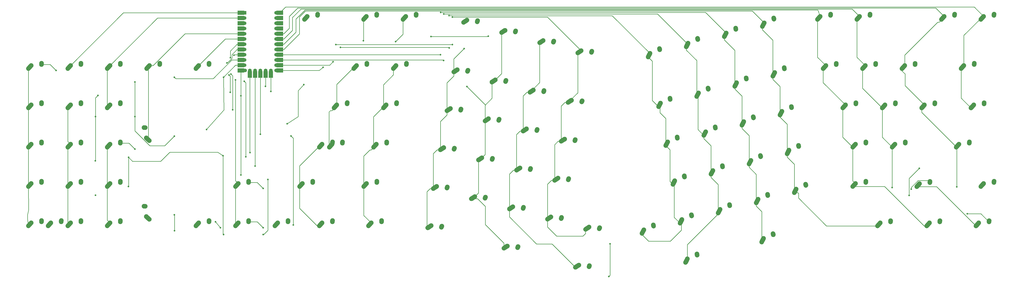
<source format=gbr>
%TF.GenerationSoftware,KiCad,Pcbnew,(5.1.10)-1*%
%TF.CreationDate,2021-06-20T14:11:50-07:00*%
%TF.ProjectId,HSC_Alice,4853435f-416c-4696-9365-2e6b69636164,rev?*%
%TF.SameCoordinates,Original*%
%TF.FileFunction,Copper,L1,Top*%
%TF.FilePolarity,Positive*%
%FSLAX46Y46*%
G04 Gerber Fmt 4.6, Leading zero omitted, Abs format (unit mm)*
G04 Created by KiCad (PCBNEW (5.1.10)-1) date 2021-06-20 14:11:50*
%MOMM*%
%LPD*%
G01*
G04 APERTURE LIST*
%TA.AperFunction,ComponentPad*%
%ADD10C,2.250000*%
%TD*%
%TA.AperFunction,SMDPad,CuDef*%
%ADD11R,2.000000X3.250000*%
%TD*%
%TA.AperFunction,SMDPad,CuDef*%
%ADD12R,3.250000X2.000000*%
%TD*%
%TA.AperFunction,ComponentPad*%
%ADD13C,1.752600*%
%TD*%
%TA.AperFunction,ComponentPad*%
%ADD14R,1.752600X1.752600*%
%TD*%
%TA.AperFunction,ViaPad*%
%ADD15C,0.800000*%
%TD*%
%TA.AperFunction,Conductor*%
%ADD16C,0.254000*%
%TD*%
G04 APERTURE END LIST*
D10*
%TO.P,MX16,1*%
%TO.N,Col2*%
X-620863000Y-141288000D03*
%TA.AperFunction,ComponentPad*%
G36*
G01*
X-622924312Y-143585350D02*
X-622924317Y-143585345D01*
G75*
G02*
X-623010345Y-141996683I751317J837345D01*
G01*
X-621700343Y-140536683D01*
G75*
G02*
X-620111681Y-140450655I837345J-751317D01*
G01*
X-620111681Y-140450655D01*
G75*
G02*
X-620025653Y-142039317I-751317J-837345D01*
G01*
X-621335655Y-143499317D01*
G75*
G02*
X-622924317Y-143585345I-837345J751317D01*
G01*
G37*
%TD.AperFunction*%
%TO.P,MX16,2*%
%TO.N,Net-(D16-Pad2)*%
X-615823000Y-140208000D03*
%TA.AperFunction,ComponentPad*%
G36*
G01*
X-615939517Y-141910395D02*
X-615940403Y-141910334D01*
G75*
G02*
X-616985334Y-140710597I77403J1122334D01*
G01*
X-616945334Y-140130597D01*
G75*
G02*
X-615745597Y-139085666I1122334J-77403D01*
G01*
X-615745597Y-139085666D01*
G75*
G02*
X-614700666Y-140285403I-77403J-1122334D01*
G01*
X-614740666Y-140865403D01*
G75*
G02*
X-615940403Y-141910334I-1122334J77403D01*
G01*
G37*
%TD.AperFunction*%
%TD*%
%TO.P,MX54,1*%
%TO.N,Col8*%
X-394304496Y-180797143D03*
%TA.AperFunction,ComponentPad*%
G36*
G01*
X-396890169Y-182482707D02*
X-396890173Y-182482700D01*
G75*
G02*
X-396562093Y-180925904I942438J614358D01*
G01*
X-394918853Y-179854706D01*
G75*
G02*
X-393362057Y-180182786I614358J-942438D01*
G01*
X-393362057Y-180182786D01*
G75*
G02*
X-393690137Y-181739582I-942438J-614358D01*
G01*
X-395333377Y-182810780D01*
G75*
G02*
X-396890173Y-182482700I-614358J942438D01*
G01*
G37*
%TD.AperFunction*%
%TO.P,MX54,2*%
%TO.N,Net-(D54-Pad2)*%
X-389156706Y-181058391D03*
%TA.AperFunction,ComponentPad*%
G36*
G01*
X-389709865Y-182672621D02*
X-389710705Y-182672333D01*
G75*
G02*
X-390409516Y-181243028I365247J1064058D01*
G01*
X-390220764Y-180693144D01*
G75*
G02*
X-388791459Y-179994333I1064058J-365247D01*
G01*
X-388791459Y-179994333D01*
G75*
G02*
X-388092648Y-181423638I-365247J-1064058D01*
G01*
X-388281400Y-181973522D01*
G75*
G02*
X-389710705Y-182672333I-1064058J365247D01*
G01*
G37*
%TD.AperFunction*%
%TD*%
%TO.P,MX95,1*%
%TO.N,Col15*%
X-229645600Y-141338800D03*
%TA.AperFunction,ComponentPad*%
G36*
G01*
X-231706912Y-143636150D02*
X-231706917Y-143636145D01*
G75*
G02*
X-231792945Y-142047483I751317J837345D01*
G01*
X-230482943Y-140587483D01*
G75*
G02*
X-228894281Y-140501455I837345J-751317D01*
G01*
X-228894281Y-140501455D01*
G75*
G02*
X-228808253Y-142090117I-751317J-837345D01*
G01*
X-230118255Y-143550117D01*
G75*
G02*
X-231706917Y-143636145I-837345J751317D01*
G01*
G37*
%TD.AperFunction*%
%TO.P,MX95,2*%
%TO.N,Net-(D95-Pad2)*%
X-224605600Y-140258800D03*
%TA.AperFunction,ComponentPad*%
G36*
G01*
X-224722117Y-141961195D02*
X-224723003Y-141961134D01*
G75*
G02*
X-225767934Y-140761397I77403J1122334D01*
G01*
X-225727934Y-140181397D01*
G75*
G02*
X-224528197Y-139136466I1122334J-77403D01*
G01*
X-224528197Y-139136466D01*
G75*
G02*
X-223483266Y-140336203I-77403J-1122334D01*
G01*
X-223523266Y-140916203D01*
G75*
G02*
X-224723003Y-141961134I-1122334J77403D01*
G01*
G37*
%TD.AperFunction*%
%TD*%
%TO.P,MX105,1*%
%TO.N,Col17*%
X-203458200Y-103213400D03*
%TA.AperFunction,ComponentPad*%
G36*
G01*
X-205519512Y-105510750D02*
X-205519517Y-105510745D01*
G75*
G02*
X-205605545Y-103922083I751317J837345D01*
G01*
X-204295543Y-102462083D01*
G75*
G02*
X-202706881Y-102376055I837345J-751317D01*
G01*
X-202706881Y-102376055D01*
G75*
G02*
X-202620853Y-103964717I-751317J-837345D01*
G01*
X-203930855Y-105424717D01*
G75*
G02*
X-205519517Y-105510745I-837345J751317D01*
G01*
G37*
%TD.AperFunction*%
%TO.P,MX105,2*%
%TO.N,Net-(D105-Pad2)*%
X-198418200Y-102133400D03*
%TA.AperFunction,ComponentPad*%
G36*
G01*
X-198534717Y-103835795D02*
X-198535603Y-103835734D01*
G75*
G02*
X-199580534Y-102635997I77403J1122334D01*
G01*
X-199540534Y-102055997D01*
G75*
G02*
X-198340797Y-101011066I1122334J-77403D01*
G01*
X-198340797Y-101011066D01*
G75*
G02*
X-197295866Y-102210803I-77403J-1122334D01*
G01*
X-197335866Y-102790803D01*
G75*
G02*
X-198535603Y-103835734I-1122334J77403D01*
G01*
G37*
%TD.AperFunction*%
%TD*%
%TO.P,MX48,1*%
%TO.N,Col7*%
X-428836138Y-171554049D03*
%TA.AperFunction,ComponentPad*%
G36*
G01*
X-431421811Y-173239613D02*
X-431421815Y-173239606D01*
G75*
G02*
X-431093735Y-171682810I942438J614358D01*
G01*
X-429450495Y-170611612D01*
G75*
G02*
X-427893699Y-170939692I614358J-942438D01*
G01*
X-427893699Y-170939692D01*
G75*
G02*
X-428221779Y-172496488I-942438J-614358D01*
G01*
X-429865019Y-173567686D01*
G75*
G02*
X-431421815Y-173239606I-614358J942438D01*
G01*
G37*
%TD.AperFunction*%
%TO.P,MX48,2*%
%TO.N,Net-(D48-Pad2)*%
X-423688348Y-171815297D03*
%TA.AperFunction,ComponentPad*%
G36*
G01*
X-424241507Y-173429527D02*
X-424242347Y-173429239D01*
G75*
G02*
X-424941158Y-171999934I365247J1064058D01*
G01*
X-424752406Y-171450050D01*
G75*
G02*
X-423323101Y-170751239I1064058J-365247D01*
G01*
X-423323101Y-170751239D01*
G75*
G02*
X-422624290Y-172180544I-365247J-1064058D01*
G01*
X-422813042Y-172730428D01*
G75*
G02*
X-424242347Y-173429239I-1064058J365247D01*
G01*
G37*
%TD.AperFunction*%
%TD*%
%TO.P,MX29,1*%
%TO.N,Col4*%
X-527899000Y-141288000D03*
%TA.AperFunction,ComponentPad*%
G36*
G01*
X-529960312Y-143585350D02*
X-529960317Y-143585345D01*
G75*
G02*
X-530046345Y-141996683I751317J837345D01*
G01*
X-528736343Y-140536683D01*
G75*
G02*
X-527147681Y-140450655I837345J-751317D01*
G01*
X-527147681Y-140450655D01*
G75*
G02*
X-527061653Y-142039317I-751317J-837345D01*
G01*
X-528371655Y-143499317D01*
G75*
G02*
X-529960317Y-143585345I-837345J751317D01*
G01*
G37*
%TD.AperFunction*%
%TO.P,MX29,2*%
%TO.N,Net-(D29-Pad2)*%
X-522859000Y-140208000D03*
%TA.AperFunction,ComponentPad*%
G36*
G01*
X-522975517Y-141910395D02*
X-522976403Y-141910334D01*
G75*
G02*
X-524021334Y-140710597I77403J1122334D01*
G01*
X-523981334Y-140130597D01*
G75*
G02*
X-522781597Y-139085666I1122334J-77403D01*
G01*
X-522781597Y-139085666D01*
G75*
G02*
X-521736666Y-140285403I-77403J-1122334D01*
G01*
X-521776666Y-140865403D01*
G75*
G02*
X-522976403Y-141910334I-1122334J77403D01*
G01*
G37*
%TD.AperFunction*%
%TD*%
%TO.P,MX28,1*%
%TO.N,Col4*%
X-513548000Y-122238000D03*
%TA.AperFunction,ComponentPad*%
G36*
G01*
X-515609312Y-124535350D02*
X-515609317Y-124535345D01*
G75*
G02*
X-515695345Y-122946683I751317J837345D01*
G01*
X-514385343Y-121486683D01*
G75*
G02*
X-512796681Y-121400655I837345J-751317D01*
G01*
X-512796681Y-121400655D01*
G75*
G02*
X-512710653Y-122989317I-751317J-837345D01*
G01*
X-514020655Y-124449317D01*
G75*
G02*
X-515609317Y-124535345I-837345J751317D01*
G01*
G37*
%TD.AperFunction*%
%TO.P,MX28,2*%
%TO.N,Net-(D28-Pad2)*%
X-508508000Y-121158000D03*
%TA.AperFunction,ComponentPad*%
G36*
G01*
X-508624517Y-122860395D02*
X-508625403Y-122860334D01*
G75*
G02*
X-509670334Y-121660597I77403J1122334D01*
G01*
X-509630334Y-121080597D01*
G75*
G02*
X-508430597Y-120035666I1122334J-77403D01*
G01*
X-508430597Y-120035666D01*
G75*
G02*
X-507385666Y-121235403I-77403J-1122334D01*
G01*
X-507425666Y-121815403D01*
G75*
G02*
X-508625403Y-122860334I-1122334J77403D01*
G01*
G37*
%TD.AperFunction*%
%TD*%
%TO.P,MX6,1*%
%TO.N,Col0*%
X-658963000Y-160338000D03*
%TA.AperFunction,ComponentPad*%
G36*
G01*
X-661024312Y-162635350D02*
X-661024317Y-162635345D01*
G75*
G02*
X-661110345Y-161046683I751317J837345D01*
G01*
X-659800343Y-159586683D01*
G75*
G02*
X-658211681Y-159500655I837345J-751317D01*
G01*
X-658211681Y-159500655D01*
G75*
G02*
X-658125653Y-161089317I-751317J-837345D01*
G01*
X-659435655Y-162549317D01*
G75*
G02*
X-661024317Y-162635345I-837345J751317D01*
G01*
G37*
%TD.AperFunction*%
%TO.P,MX6,2*%
%TO.N,Net-(D6-Pad2)*%
X-653923000Y-159258000D03*
%TA.AperFunction,ComponentPad*%
G36*
G01*
X-654039517Y-160960395D02*
X-654040403Y-160960334D01*
G75*
G02*
X-655085334Y-159760597I77403J1122334D01*
G01*
X-655045334Y-159180597D01*
G75*
G02*
X-653845597Y-158135666I1122334J-77403D01*
G01*
X-653845597Y-158135666D01*
G75*
G02*
X-652800666Y-159335403I-77403J-1122334D01*
G01*
X-652840666Y-159915403D01*
G75*
G02*
X-654040403Y-160960334I-1122334J77403D01*
G01*
G37*
%TD.AperFunction*%
%TD*%
D11*
%TO.P,U2,29*%
%TO.N,Col8*%
X-543077400Y-88442800D03*
%TO.P,U2,28*%
%TO.N,Col7*%
X-545617400Y-88442800D03*
%TO.P,U2,27*%
%TO.N,Row5*%
X-548157400Y-88442800D03*
%TO.P,U2,26*%
%TO.N,Row4*%
X-550697400Y-88442800D03*
%TO.P,U2,25*%
%TO.N,Row3*%
X-553237400Y-88442800D03*
D12*
%TO.P,U2,24*%
%TO.N,Col17*%
X-538759400Y-58597800D03*
%TO.P,U2,23*%
%TO.N,Net-(U2-Pad23)*%
X-538759400Y-61137800D03*
%TO.P,U2,22*%
%TO.N,Net-(U2-Pad22)*%
X-538759400Y-63677800D03*
%TO.P,U2,21*%
%TO.N,Net-(U2-Pad21)*%
X-538759400Y-66217800D03*
%TO.P,U2,20*%
%TO.N,Col16*%
X-538759400Y-68757800D03*
%TO.P,U2,19*%
%TO.N,Col15*%
X-538759400Y-71297800D03*
%TO.P,U2,18*%
%TO.N,Col14*%
X-538759400Y-73837800D03*
%TO.P,U2,17*%
%TO.N,Col13*%
X-538759400Y-76377800D03*
%TO.P,U2,16*%
%TO.N,Col12*%
X-538759400Y-78917800D03*
%TO.P,U2,15*%
%TO.N,Col11*%
X-538759400Y-81457800D03*
%TO.P,U2,14*%
%TO.N,Col10*%
X-538759400Y-83997800D03*
%TO.P,U2,13*%
%TO.N,Col9*%
X-538759400Y-86537800D03*
%TO.P,U2,12*%
%TO.N,Row2*%
X-557555400Y-86537800D03*
%TO.P,U2,11*%
%TO.N,Row1*%
X-557555400Y-83997800D03*
%TO.P,U2,10*%
%TO.N,Row0*%
X-557555400Y-81457800D03*
%TO.P,U2,9*%
%TO.N,Col6*%
X-557555400Y-78917800D03*
%TO.P,U2,8*%
%TO.N,Col5*%
X-557555400Y-76377800D03*
%TO.P,U2,7*%
%TO.N,Col4*%
X-557555400Y-73837800D03*
%TO.P,U2,6*%
%TO.N,Col3*%
X-557555400Y-71297800D03*
%TO.P,U2,5*%
%TO.N,Col2*%
X-557555400Y-68757800D03*
%TO.P,U2,4*%
%TO.N,Net-(U2-Pad4)*%
X-557555400Y-66217800D03*
%TO.P,U2,3*%
%TO.N,Net-(U2-Pad3)*%
X-557555400Y-63677800D03*
%TO.P,U2,2*%
%TO.N,Col1*%
X-557555400Y-61137800D03*
%TO.P,U2,1*%
%TO.N,Col0*%
X-557555400Y-58597800D03*
D13*
%TO.P,U2,25*%
%TO.N,Row3*%
X-553237400Y-86537800D03*
%TO.P,U2,26*%
%TO.N,Row4*%
X-550697400Y-86537800D03*
%TO.P,U2,27*%
%TO.N,Row5*%
X-548157400Y-86537800D03*
%TO.P,U2,28*%
%TO.N,Col7*%
X-545617400Y-86537800D03*
%TO.P,U2,29*%
%TO.N,Col8*%
X-543077400Y-86537800D03*
%TO.P,U2,24*%
%TO.N,Col17*%
X-540537400Y-58597800D03*
%TO.P,U2,12*%
%TO.N,Row2*%
X-555548800Y-86537800D03*
%TO.P,U2,23*%
%TO.N,Net-(U2-Pad23)*%
X-540537400Y-61137800D03*
%TO.P,U2,22*%
%TO.N,Net-(U2-Pad22)*%
X-540537400Y-63677800D03*
%TO.P,U2,21*%
%TO.N,Net-(U2-Pad21)*%
X-540537400Y-66217800D03*
%TO.P,U2,20*%
%TO.N,Col16*%
X-540537400Y-68757800D03*
%TO.P,U2,19*%
%TO.N,Col15*%
X-540537400Y-71297800D03*
%TO.P,U2,18*%
%TO.N,Col14*%
X-540537400Y-73837800D03*
%TO.P,U2,17*%
%TO.N,Col13*%
X-540537400Y-76377800D03*
%TO.P,U2,16*%
%TO.N,Col12*%
X-540537400Y-78917800D03*
%TO.P,U2,15*%
%TO.N,Col11*%
X-540537400Y-81457800D03*
%TO.P,U2,14*%
%TO.N,Col10*%
X-540537400Y-83997800D03*
%TO.P,U2,13*%
%TO.N,Col9*%
X-540537400Y-86537800D03*
%TO.P,U2,11*%
%TO.N,Row1*%
X-555777400Y-83997800D03*
%TO.P,U2,10*%
%TO.N,Row0*%
X-555777400Y-81457800D03*
%TO.P,U2,9*%
%TO.N,Col6*%
X-555777400Y-78917800D03*
%TO.P,U2,8*%
%TO.N,Col5*%
X-555777400Y-76377800D03*
%TO.P,U2,7*%
%TO.N,Col4*%
X-555777400Y-73837800D03*
%TO.P,U2,6*%
%TO.N,Col3*%
X-555777400Y-71297800D03*
%TO.P,U2,5*%
%TO.N,Col2*%
X-555777400Y-68757800D03*
%TO.P,U2,4*%
%TO.N,Net-(U2-Pad4)*%
X-555777400Y-66217800D03*
%TO.P,U2,3*%
%TO.N,Net-(U2-Pad3)*%
X-555777400Y-63677800D03*
%TO.P,U2,2*%
%TO.N,Col1*%
X-555777400Y-61137800D03*
D14*
%TO.P,U2,1*%
%TO.N,Col0*%
X-555777400Y-58597800D03*
%TD*%
D10*
%TO.P,MX104,1*%
%TO.N,Col17*%
X-208233400Y-84138000D03*
%TA.AperFunction,ComponentPad*%
G36*
G01*
X-210294712Y-86435350D02*
X-210294717Y-86435345D01*
G75*
G02*
X-210380745Y-84846683I751317J837345D01*
G01*
X-209070743Y-83386683D01*
G75*
G02*
X-207482081Y-83300655I837345J-751317D01*
G01*
X-207482081Y-83300655D01*
G75*
G02*
X-207396053Y-84889317I-751317J-837345D01*
G01*
X-208706055Y-86349317D01*
G75*
G02*
X-210294717Y-86435345I-837345J751317D01*
G01*
G37*
%TD.AperFunction*%
%TO.P,MX104,2*%
%TO.N,Net-(D104-Pad2)*%
X-203193400Y-83058000D03*
%TA.AperFunction,ComponentPad*%
G36*
G01*
X-203309917Y-84760395D02*
X-203310803Y-84760334D01*
G75*
G02*
X-204355734Y-83560597I77403J1122334D01*
G01*
X-204315734Y-82980597D01*
G75*
G02*
X-203115997Y-81935666I1122334J-77403D01*
G01*
X-203115997Y-81935666D01*
G75*
G02*
X-202071066Y-83135403I-77403J-1122334D01*
G01*
X-202111066Y-83715403D01*
G75*
G02*
X-203310803Y-84760334I-1122334J77403D01*
G01*
G37*
%TD.AperFunction*%
%TD*%
%TO.P,MX103,1*%
%TO.N,Col17*%
X-198683000Y-60325500D03*
%TA.AperFunction,ComponentPad*%
G36*
G01*
X-200744312Y-62622850D02*
X-200744317Y-62622845D01*
G75*
G02*
X-200830345Y-61034183I751317J837345D01*
G01*
X-199520343Y-59574183D01*
G75*
G02*
X-197931681Y-59488155I837345J-751317D01*
G01*
X-197931681Y-59488155D01*
G75*
G02*
X-197845653Y-61076817I-751317J-837345D01*
G01*
X-199155655Y-62536817D01*
G75*
G02*
X-200744317Y-62622845I-837345J751317D01*
G01*
G37*
%TD.AperFunction*%
%TO.P,MX103,2*%
%TO.N,Net-(D103-Pad2)*%
X-193643000Y-59245500D03*
%TA.AperFunction,ComponentPad*%
G36*
G01*
X-193759517Y-60947895D02*
X-193760403Y-60947834D01*
G75*
G02*
X-194805334Y-59748097I77403J1122334D01*
G01*
X-194765334Y-59168097D01*
G75*
G02*
X-193565597Y-58123166I1122334J-77403D01*
G01*
X-193565597Y-58123166D01*
G75*
G02*
X-192520666Y-59322903I-77403J-1122334D01*
G01*
X-192560666Y-59902903D01*
G75*
G02*
X-193760403Y-60947834I-1122334J77403D01*
G01*
G37*
%TD.AperFunction*%
%TD*%
%TO.P,MX102,1*%
%TO.N,Col16*%
X-198683000Y-141288000D03*
%TA.AperFunction,ComponentPad*%
G36*
G01*
X-200744312Y-143585350D02*
X-200744317Y-143585345D01*
G75*
G02*
X-200830345Y-141996683I751317J837345D01*
G01*
X-199520343Y-140536683D01*
G75*
G02*
X-197931681Y-140450655I837345J-751317D01*
G01*
X-197931681Y-140450655D01*
G75*
G02*
X-197845653Y-142039317I-751317J-837345D01*
G01*
X-199155655Y-143499317D01*
G75*
G02*
X-200744317Y-143585345I-837345J751317D01*
G01*
G37*
%TD.AperFunction*%
%TO.P,MX102,2*%
%TO.N,Net-(D102-Pad2)*%
X-193643000Y-140208000D03*
%TA.AperFunction,ComponentPad*%
G36*
G01*
X-193759517Y-141910395D02*
X-193760403Y-141910334D01*
G75*
G02*
X-194805334Y-140710597I77403J1122334D01*
G01*
X-194765334Y-140130597D01*
G75*
G02*
X-193565597Y-139085666I1122334J-77403D01*
G01*
X-193565597Y-139085666D01*
G75*
G02*
X-192520666Y-140285403I-77403J-1122334D01*
G01*
X-192560666Y-140865403D01*
G75*
G02*
X-193760403Y-141910334I-1122334J77403D01*
G01*
G37*
%TD.AperFunction*%
%TD*%
%TO.P,MX101,1*%
%TO.N,Col16*%
X-210601400Y-122238000D03*
%TA.AperFunction,ComponentPad*%
G36*
G01*
X-212662712Y-124535350D02*
X-212662717Y-124535345D01*
G75*
G02*
X-212748745Y-122946683I751317J837345D01*
G01*
X-211438743Y-121486683D01*
G75*
G02*
X-209850081Y-121400655I837345J-751317D01*
G01*
X-209850081Y-121400655D01*
G75*
G02*
X-209764053Y-122989317I-751317J-837345D01*
G01*
X-211074055Y-124449317D01*
G75*
G02*
X-212662717Y-124535345I-837345J751317D01*
G01*
G37*
%TD.AperFunction*%
%TO.P,MX101,2*%
%TO.N,Net-(D101-Pad2)*%
X-205561400Y-121158000D03*
%TA.AperFunction,ComponentPad*%
G36*
G01*
X-205677917Y-122860395D02*
X-205678803Y-122860334D01*
G75*
G02*
X-206723734Y-121660597I77403J1122334D01*
G01*
X-206683734Y-121080597D01*
G75*
G02*
X-205483997Y-120035666I1122334J-77403D01*
G01*
X-205483997Y-120035666D01*
G75*
G02*
X-204439066Y-121235403I-77403J-1122334D01*
G01*
X-204479066Y-121815403D01*
G75*
G02*
X-205678803Y-122860334I-1122334J77403D01*
G01*
G37*
%TD.AperFunction*%
%TD*%
%TO.P,MX99,1*%
%TO.N,Col16*%
X-227283400Y-103213400D03*
%TA.AperFunction,ComponentPad*%
G36*
G01*
X-229344712Y-105510750D02*
X-229344717Y-105510745D01*
G75*
G02*
X-229430745Y-103922083I751317J837345D01*
G01*
X-228120743Y-102462083D01*
G75*
G02*
X-226532081Y-102376055I837345J-751317D01*
G01*
X-226532081Y-102376055D01*
G75*
G02*
X-226446053Y-103964717I-751317J-837345D01*
G01*
X-227756055Y-105424717D01*
G75*
G02*
X-229344717Y-105510745I-837345J751317D01*
G01*
G37*
%TD.AperFunction*%
%TO.P,MX99,2*%
%TO.N,Net-(D99-Pad2)*%
X-222243400Y-102133400D03*
%TA.AperFunction,ComponentPad*%
G36*
G01*
X-222359917Y-103835795D02*
X-222360803Y-103835734D01*
G75*
G02*
X-223405734Y-102635997I77403J1122334D01*
G01*
X-223365734Y-102055997D01*
G75*
G02*
X-222165997Y-101011066I1122334J-77403D01*
G01*
X-222165997Y-101011066D01*
G75*
G02*
X-221121066Y-102210803I-77403J-1122334D01*
G01*
X-221161066Y-102790803D01*
G75*
G02*
X-222360803Y-103835734I-1122334J77403D01*
G01*
G37*
%TD.AperFunction*%
%TD*%
%TO.P,MX98,1*%
%TO.N,Col16*%
X-236808400Y-84163400D03*
%TA.AperFunction,ComponentPad*%
G36*
G01*
X-238869712Y-86460750D02*
X-238869717Y-86460745D01*
G75*
G02*
X-238955745Y-84872083I751317J837345D01*
G01*
X-237645743Y-83412083D01*
G75*
G02*
X-236057081Y-83326055I837345J-751317D01*
G01*
X-236057081Y-83326055D01*
G75*
G02*
X-235971053Y-84914717I-751317J-837345D01*
G01*
X-237281055Y-86374717D01*
G75*
G02*
X-238869717Y-86460745I-837345J751317D01*
G01*
G37*
%TD.AperFunction*%
%TO.P,MX98,2*%
%TO.N,Net-(D98-Pad2)*%
X-231768400Y-83083400D03*
%TA.AperFunction,ComponentPad*%
G36*
G01*
X-231884917Y-84785795D02*
X-231885803Y-84785734D01*
G75*
G02*
X-232930734Y-83585997I77403J1122334D01*
G01*
X-232890734Y-83005997D01*
G75*
G02*
X-231690997Y-81961066I1122334J-77403D01*
G01*
X-231690997Y-81961066D01*
G75*
G02*
X-230646066Y-83160803I-77403J-1122334D01*
G01*
X-230686066Y-83740803D01*
G75*
G02*
X-231885803Y-84785734I-1122334J77403D01*
G01*
G37*
%TD.AperFunction*%
%TD*%
%TO.P,MX97,1*%
%TO.N,Col16*%
X-217733000Y-60325500D03*
%TA.AperFunction,ComponentPad*%
G36*
G01*
X-219794312Y-62622850D02*
X-219794317Y-62622845D01*
G75*
G02*
X-219880345Y-61034183I751317J837345D01*
G01*
X-218570343Y-59574183D01*
G75*
G02*
X-216981681Y-59488155I837345J-751317D01*
G01*
X-216981681Y-59488155D01*
G75*
G02*
X-216895653Y-61076817I-751317J-837345D01*
G01*
X-218205655Y-62536817D01*
G75*
G02*
X-219794317Y-62622845I-837345J751317D01*
G01*
G37*
%TD.AperFunction*%
%TO.P,MX97,2*%
%TO.N,Net-(D97-Pad2)*%
X-212693000Y-59245500D03*
%TA.AperFunction,ComponentPad*%
G36*
G01*
X-212809517Y-60947895D02*
X-212810403Y-60947834D01*
G75*
G02*
X-213855334Y-59748097I77403J1122334D01*
G01*
X-213815334Y-59168097D01*
G75*
G02*
X-212615597Y-58123166I1122334J-77403D01*
G01*
X-212615597Y-58123166D01*
G75*
G02*
X-211570666Y-59322903I-77403J-1122334D01*
G01*
X-211610666Y-59902903D01*
G75*
G02*
X-212810403Y-60947834I-1122334J77403D01*
G01*
G37*
%TD.AperFunction*%
%TD*%
%TO.P,MX96,1*%
%TO.N,Col15*%
X-201049000Y-160363400D03*
%TA.AperFunction,ComponentPad*%
G36*
G01*
X-203110312Y-162660750D02*
X-203110317Y-162660745D01*
G75*
G02*
X-203196345Y-161072083I751317J837345D01*
G01*
X-201886343Y-159612083D01*
G75*
G02*
X-200297681Y-159526055I837345J-751317D01*
G01*
X-200297681Y-159526055D01*
G75*
G02*
X-200211653Y-161114717I-751317J-837345D01*
G01*
X-201521655Y-162574717D01*
G75*
G02*
X-203110317Y-162660745I-837345J751317D01*
G01*
G37*
%TD.AperFunction*%
%TO.P,MX96,2*%
%TO.N,Net-(D96-Pad2)*%
X-196009000Y-159283400D03*
%TA.AperFunction,ComponentPad*%
G36*
G01*
X-196125517Y-160985795D02*
X-196126403Y-160985734D01*
G75*
G02*
X-197171334Y-159785997I77403J1122334D01*
G01*
X-197131334Y-159205997D01*
G75*
G02*
X-195931597Y-158161066I1122334J-77403D01*
G01*
X-195931597Y-158161066D01*
G75*
G02*
X-194886666Y-159360803I-77403J-1122334D01*
G01*
X-194926666Y-159940803D01*
G75*
G02*
X-196126403Y-160985734I-1122334J77403D01*
G01*
G37*
%TD.AperFunction*%
%TD*%
%TO.P,MX94,1*%
%TO.N,Col15*%
X-241532800Y-122212600D03*
%TA.AperFunction,ComponentPad*%
G36*
G01*
X-243594112Y-124509950D02*
X-243594117Y-124509945D01*
G75*
G02*
X-243680145Y-122921283I751317J837345D01*
G01*
X-242370143Y-121461283D01*
G75*
G02*
X-240781481Y-121375255I837345J-751317D01*
G01*
X-240781481Y-121375255D01*
G75*
G02*
X-240695453Y-122963917I-751317J-837345D01*
G01*
X-242005455Y-124423917D01*
G75*
G02*
X-243594117Y-124509945I-837345J751317D01*
G01*
G37*
%TD.AperFunction*%
%TO.P,MX94,2*%
%TO.N,Net-(D94-Pad2)*%
X-236492800Y-121132600D03*
%TA.AperFunction,ComponentPad*%
G36*
G01*
X-236609317Y-122834995D02*
X-236610203Y-122834934D01*
G75*
G02*
X-237655134Y-121635197I77403J1122334D01*
G01*
X-237615134Y-121055197D01*
G75*
G02*
X-236415397Y-120010266I1122334J-77403D01*
G01*
X-236415397Y-120010266D01*
G75*
G02*
X-235370466Y-121210003I-77403J-1122334D01*
G01*
X-235410466Y-121790003D01*
G75*
G02*
X-236610203Y-122834934I-1122334J77403D01*
G01*
G37*
%TD.AperFunction*%
%TD*%
%TO.P,MX93,1*%
%TO.N,Col15*%
X-246333400Y-103213400D03*
%TA.AperFunction,ComponentPad*%
G36*
G01*
X-248394712Y-105510750D02*
X-248394717Y-105510745D01*
G75*
G02*
X-248480745Y-103922083I751317J837345D01*
G01*
X-247170743Y-102462083D01*
G75*
G02*
X-245582081Y-102376055I837345J-751317D01*
G01*
X-245582081Y-102376055D01*
G75*
G02*
X-245496053Y-103964717I-751317J-837345D01*
G01*
X-246806055Y-105424717D01*
G75*
G02*
X-248394717Y-105510745I-837345J751317D01*
G01*
G37*
%TD.AperFunction*%
%TO.P,MX93,2*%
%TO.N,Net-(D93-Pad2)*%
X-241293400Y-102133400D03*
%TA.AperFunction,ComponentPad*%
G36*
G01*
X-241409917Y-103835795D02*
X-241410803Y-103835734D01*
G75*
G02*
X-242455734Y-102635997I77403J1122334D01*
G01*
X-242415734Y-102055997D01*
G75*
G02*
X-241215997Y-101011066I1122334J-77403D01*
G01*
X-241215997Y-101011066D01*
G75*
G02*
X-240171066Y-102210803I-77403J-1122334D01*
G01*
X-240211066Y-102790803D01*
G75*
G02*
X-241410803Y-103835734I-1122334J77403D01*
G01*
G37*
%TD.AperFunction*%
%TD*%
%TO.P,MX92,1*%
%TO.N,Col15*%
X-255858400Y-84163400D03*
%TA.AperFunction,ComponentPad*%
G36*
G01*
X-257919712Y-86460750D02*
X-257919717Y-86460745D01*
G75*
G02*
X-258005745Y-84872083I751317J837345D01*
G01*
X-256695743Y-83412083D01*
G75*
G02*
X-255107081Y-83326055I837345J-751317D01*
G01*
X-255107081Y-83326055D01*
G75*
G02*
X-255021053Y-84914717I-751317J-837345D01*
G01*
X-256331055Y-86374717D01*
G75*
G02*
X-257919717Y-86460745I-837345J751317D01*
G01*
G37*
%TD.AperFunction*%
%TO.P,MX92,2*%
%TO.N,Net-(D92-Pad2)*%
X-250818400Y-83083400D03*
%TA.AperFunction,ComponentPad*%
G36*
G01*
X-250934917Y-84785795D02*
X-250935803Y-84785734D01*
G75*
G02*
X-251980734Y-83585997I77403J1122334D01*
G01*
X-251940734Y-83005997D01*
G75*
G02*
X-250740997Y-81961066I1122334J-77403D01*
G01*
X-250740997Y-81961066D01*
G75*
G02*
X-249696066Y-83160803I-77403J-1122334D01*
G01*
X-249736066Y-83740803D01*
G75*
G02*
X-250935803Y-84785734I-1122334J77403D01*
G01*
G37*
%TD.AperFunction*%
%TD*%
%TO.P,MX91,1*%
%TO.N,Col15*%
X-258601600Y-60325500D03*
%TA.AperFunction,ComponentPad*%
G36*
G01*
X-260662912Y-62622850D02*
X-260662917Y-62622845D01*
G75*
G02*
X-260748945Y-61034183I751317J837345D01*
G01*
X-259438943Y-59574183D01*
G75*
G02*
X-257850281Y-59488155I837345J-751317D01*
G01*
X-257850281Y-59488155D01*
G75*
G02*
X-257764253Y-61076817I-751317J-837345D01*
G01*
X-259074255Y-62536817D01*
G75*
G02*
X-260662917Y-62622845I-837345J751317D01*
G01*
G37*
%TD.AperFunction*%
%TO.P,MX91,2*%
%TO.N,Net-(D91-Pad2)*%
X-253561600Y-59245500D03*
%TA.AperFunction,ComponentPad*%
G36*
G01*
X-253678117Y-60947895D02*
X-253679003Y-60947834D01*
G75*
G02*
X-254723934Y-59748097I77403J1122334D01*
G01*
X-254683934Y-59168097D01*
G75*
G02*
X-253484197Y-58123166I1122334J-77403D01*
G01*
X-253484197Y-58123166D01*
G75*
G02*
X-252439266Y-59322903I-77403J-1122334D01*
G01*
X-252479266Y-59902903D01*
G75*
G02*
X-253679003Y-60947834I-1122334J77403D01*
G01*
G37*
%TD.AperFunction*%
%TD*%
%TO.P,MX90,1*%
%TO.N,Col14*%
X-224848800Y-160363400D03*
%TA.AperFunction,ComponentPad*%
G36*
G01*
X-226910112Y-162660750D02*
X-226910117Y-162660745D01*
G75*
G02*
X-226996145Y-161072083I751317J837345D01*
G01*
X-225686143Y-159612083D01*
G75*
G02*
X-224097481Y-159526055I837345J-751317D01*
G01*
X-224097481Y-159526055D01*
G75*
G02*
X-224011453Y-161114717I-751317J-837345D01*
G01*
X-225321455Y-162574717D01*
G75*
G02*
X-226910117Y-162660745I-837345J751317D01*
G01*
G37*
%TD.AperFunction*%
%TO.P,MX90,2*%
%TO.N,Net-(D90-Pad2)*%
X-219808800Y-159283400D03*
%TA.AperFunction,ComponentPad*%
G36*
G01*
X-219925317Y-160985795D02*
X-219926203Y-160985734D01*
G75*
G02*
X-220971134Y-159785997I77403J1122334D01*
G01*
X-220931134Y-159205997D01*
G75*
G02*
X-219731397Y-158161066I1122334J-77403D01*
G01*
X-219731397Y-158161066D01*
G75*
G02*
X-218686466Y-159360803I-77403J-1122334D01*
G01*
X-218726466Y-159940803D01*
G75*
G02*
X-219926203Y-160985734I-1122334J77403D01*
G01*
G37*
%TD.AperFunction*%
%TD*%
%TO.P,MX89,1*%
%TO.N,Col14*%
X-260608200Y-141262600D03*
%TA.AperFunction,ComponentPad*%
G36*
G01*
X-262669512Y-143559950D02*
X-262669517Y-143559945D01*
G75*
G02*
X-262755545Y-141971283I751317J837345D01*
G01*
X-261445543Y-140511283D01*
G75*
G02*
X-259856881Y-140425255I837345J-751317D01*
G01*
X-259856881Y-140425255D01*
G75*
G02*
X-259770853Y-142013917I-751317J-837345D01*
G01*
X-261080855Y-143473917D01*
G75*
G02*
X-262669517Y-143559945I-837345J751317D01*
G01*
G37*
%TD.AperFunction*%
%TO.P,MX89,2*%
%TO.N,Net-(D89-Pad2)*%
X-255568200Y-140182600D03*
%TA.AperFunction,ComponentPad*%
G36*
G01*
X-255684717Y-141884995D02*
X-255685603Y-141884934D01*
G75*
G02*
X-256730534Y-140685197I77403J1122334D01*
G01*
X-256690534Y-140105197D01*
G75*
G02*
X-255490797Y-139060266I1122334J-77403D01*
G01*
X-255490797Y-139060266D01*
G75*
G02*
X-254445866Y-140260003I-77403J-1122334D01*
G01*
X-254485866Y-140840003D01*
G75*
G02*
X-255685603Y-141884934I-1122334J77403D01*
G01*
G37*
%TD.AperFunction*%
%TD*%
%TO.P,MX88,1*%
%TO.N,Col14*%
X-260582800Y-122212600D03*
%TA.AperFunction,ComponentPad*%
G36*
G01*
X-262644112Y-124509950D02*
X-262644117Y-124509945D01*
G75*
G02*
X-262730145Y-122921283I751317J837345D01*
G01*
X-261420143Y-121461283D01*
G75*
G02*
X-259831481Y-121375255I837345J-751317D01*
G01*
X-259831481Y-121375255D01*
G75*
G02*
X-259745453Y-122963917I-751317J-837345D01*
G01*
X-261055455Y-124423917D01*
G75*
G02*
X-262644117Y-124509945I-837345J751317D01*
G01*
G37*
%TD.AperFunction*%
%TO.P,MX88,2*%
%TO.N,Net-(D88-Pad2)*%
X-255542800Y-121132600D03*
%TA.AperFunction,ComponentPad*%
G36*
G01*
X-255659317Y-122834995D02*
X-255660203Y-122834934D01*
G75*
G02*
X-256705134Y-121635197I77403J1122334D01*
G01*
X-256665134Y-121055197D01*
G75*
G02*
X-255465397Y-120010266I1122334J-77403D01*
G01*
X-255465397Y-120010266D01*
G75*
G02*
X-254420466Y-121210003I-77403J-1122334D01*
G01*
X-254460466Y-121790003D01*
G75*
G02*
X-255660203Y-122834934I-1122334J77403D01*
G01*
G37*
%TD.AperFunction*%
%TD*%
%TO.P,MX87,1*%
%TO.N,Col14*%
X-265408800Y-103213400D03*
%TA.AperFunction,ComponentPad*%
G36*
G01*
X-267470112Y-105510750D02*
X-267470117Y-105510745D01*
G75*
G02*
X-267556145Y-103922083I751317J837345D01*
G01*
X-266246143Y-102462083D01*
G75*
G02*
X-264657481Y-102376055I837345J-751317D01*
G01*
X-264657481Y-102376055D01*
G75*
G02*
X-264571453Y-103964717I-751317J-837345D01*
G01*
X-265881455Y-105424717D01*
G75*
G02*
X-267470117Y-105510745I-837345J751317D01*
G01*
G37*
%TD.AperFunction*%
%TO.P,MX87,2*%
%TO.N,Net-(D87-Pad2)*%
X-260368800Y-102133400D03*
%TA.AperFunction,ComponentPad*%
G36*
G01*
X-260485317Y-103835795D02*
X-260486203Y-103835734D01*
G75*
G02*
X-261531134Y-102635997I77403J1122334D01*
G01*
X-261491134Y-102055997D01*
G75*
G02*
X-260291397Y-101011066I1122334J-77403D01*
G01*
X-260291397Y-101011066D01*
G75*
G02*
X-259246466Y-102210803I-77403J-1122334D01*
G01*
X-259286466Y-102790803D01*
G75*
G02*
X-260486203Y-103835734I-1122334J77403D01*
G01*
G37*
%TD.AperFunction*%
%TD*%
%TO.P,MX86,1*%
%TO.N,Col14*%
X-274908400Y-84163400D03*
%TA.AperFunction,ComponentPad*%
G36*
G01*
X-276969712Y-86460750D02*
X-276969717Y-86460745D01*
G75*
G02*
X-277055745Y-84872083I751317J837345D01*
G01*
X-275745743Y-83412083D01*
G75*
G02*
X-274157081Y-83326055I837345J-751317D01*
G01*
X-274157081Y-83326055D01*
G75*
G02*
X-274071053Y-84914717I-751317J-837345D01*
G01*
X-275381055Y-86374717D01*
G75*
G02*
X-276969717Y-86460745I-837345J751317D01*
G01*
G37*
%TD.AperFunction*%
%TO.P,MX86,2*%
%TO.N,Net-(D86-Pad2)*%
X-269868400Y-83083400D03*
%TA.AperFunction,ComponentPad*%
G36*
G01*
X-269984917Y-84785795D02*
X-269985803Y-84785734D01*
G75*
G02*
X-271030734Y-83585997I77403J1122334D01*
G01*
X-270990734Y-83005997D01*
G75*
G02*
X-269790997Y-81961066I1122334J-77403D01*
G01*
X-269790997Y-81961066D01*
G75*
G02*
X-268746066Y-83160803I-77403J-1122334D01*
G01*
X-268786066Y-83740803D01*
G75*
G02*
X-269985803Y-84785734I-1122334J77403D01*
G01*
G37*
%TD.AperFunction*%
%TD*%
%TO.P,MX85,1*%
%TO.N,Col14*%
X-277651600Y-60325500D03*
%TA.AperFunction,ComponentPad*%
G36*
G01*
X-279712912Y-62622850D02*
X-279712917Y-62622845D01*
G75*
G02*
X-279798945Y-61034183I751317J837345D01*
G01*
X-278488943Y-59574183D01*
G75*
G02*
X-276900281Y-59488155I837345J-751317D01*
G01*
X-276900281Y-59488155D01*
G75*
G02*
X-276814253Y-61076817I-751317J-837345D01*
G01*
X-278124255Y-62536817D01*
G75*
G02*
X-279712917Y-62622845I-837345J751317D01*
G01*
G37*
%TD.AperFunction*%
%TO.P,MX85,2*%
%TO.N,Net-(D85-Pad2)*%
X-272611600Y-59245500D03*
%TA.AperFunction,ComponentPad*%
G36*
G01*
X-272728117Y-60947895D02*
X-272729003Y-60947834D01*
G75*
G02*
X-273773934Y-59748097I77403J1122334D01*
G01*
X-273733934Y-59168097D01*
G75*
G02*
X-272534197Y-58123166I1122334J-77403D01*
G01*
X-272534197Y-58123166D01*
G75*
G02*
X-271489266Y-59322903I-77403J-1122334D01*
G01*
X-271529266Y-59902903D01*
G75*
G02*
X-272729003Y-60947834I-1122334J77403D01*
G01*
G37*
%TD.AperFunction*%
%TD*%
%TO.P,MX84,1*%
%TO.N,Col13*%
X-248644800Y-160363400D03*
%TA.AperFunction,ComponentPad*%
G36*
G01*
X-250706112Y-162660750D02*
X-250706117Y-162660745D01*
G75*
G02*
X-250792145Y-161072083I751317J837345D01*
G01*
X-249482143Y-159612083D01*
G75*
G02*
X-247893481Y-159526055I837345J-751317D01*
G01*
X-247893481Y-159526055D01*
G75*
G02*
X-247807453Y-161114717I-751317J-837345D01*
G01*
X-249117455Y-162574717D01*
G75*
G02*
X-250706117Y-162660745I-837345J751317D01*
G01*
G37*
%TD.AperFunction*%
%TO.P,MX84,2*%
%TO.N,Net-(D84-Pad2)*%
X-243604800Y-159283400D03*
%TA.AperFunction,ComponentPad*%
G36*
G01*
X-243721317Y-160985795D02*
X-243722203Y-160985734D01*
G75*
G02*
X-244767134Y-159785997I77403J1122334D01*
G01*
X-244727134Y-159205997D01*
G75*
G02*
X-243527397Y-158161066I1122334J-77403D01*
G01*
X-243527397Y-158161066D01*
G75*
G02*
X-242482466Y-159360803I-77403J-1122334D01*
G01*
X-242522466Y-159940803D01*
G75*
G02*
X-243722203Y-160985734I-1122334J77403D01*
G01*
G37*
%TD.AperFunction*%
%TD*%
%TO.P,MX83,1*%
%TO.N,Col13*%
X-289266003Y-143968344D03*
%TA.AperFunction,ComponentPad*%
G36*
G01*
X-290662479Y-146720921D02*
X-290662486Y-146720918D01*
G75*
G02*
X-291156759Y-145208653I508996J1003269D01*
G01*
X-290269271Y-143459349D01*
G75*
G02*
X-288757006Y-142965076I1003269J-508996D01*
G01*
X-288757006Y-142965076D01*
G75*
G02*
X-288262733Y-144477341I-508996J-1003269D01*
G01*
X-289150221Y-146226645D01*
G75*
G02*
X-290662486Y-146720918I-1003269J508996D01*
G01*
G37*
%TD.AperFunction*%
%TO.P,MX83,2*%
%TO.N,Net-(D83-Pad2)*%
X-284677261Y-141620696D03*
%TA.AperFunction,ComponentPad*%
G36*
G01*
X-284349196Y-143295240D02*
X-284350067Y-143295411D01*
G75*
G02*
X-285669908Y-142407002I-215716J1104125D01*
G01*
X-285781386Y-141836412D01*
G75*
G02*
X-284892977Y-140516571I1104125J215716D01*
G01*
X-284892977Y-140516571D01*
G75*
G02*
X-283573136Y-141404980I215716J-1104125D01*
G01*
X-283461658Y-141975570D01*
G75*
G02*
X-284350067Y-143295411I-1104125J-215716D01*
G01*
G37*
%TD.AperFunction*%
%TD*%
%TO.P,MX82,1*%
%TO.N,Col13*%
X-292725433Y-125142638D03*
%TA.AperFunction,ComponentPad*%
G36*
G01*
X-294121909Y-127895215D02*
X-294121916Y-127895212D01*
G75*
G02*
X-294616189Y-126382947I508996J1003269D01*
G01*
X-293728701Y-124633643D01*
G75*
G02*
X-292216436Y-124139370I1003269J-508996D01*
G01*
X-292216436Y-124139370D01*
G75*
G02*
X-291722163Y-125651635I-508996J-1003269D01*
G01*
X-292609651Y-127400939D01*
G75*
G02*
X-294121916Y-127895212I-1003269J508996D01*
G01*
G37*
%TD.AperFunction*%
%TO.P,MX82,2*%
%TO.N,Net-(D82-Pad2)*%
X-288136691Y-122794990D03*
%TA.AperFunction,ComponentPad*%
G36*
G01*
X-287808626Y-124469534D02*
X-287809497Y-124469705D01*
G75*
G02*
X-289129338Y-123581296I-215716J1104125D01*
G01*
X-289240816Y-123010706D01*
G75*
G02*
X-288352407Y-121690865I1104125J215716D01*
G01*
X-288352407Y-121690865D01*
G75*
G02*
X-287032566Y-122579274I215716J-1104125D01*
G01*
X-286921088Y-123149864D01*
G75*
G02*
X-287809497Y-124469705I-1104125J-215716D01*
G01*
G37*
%TD.AperFunction*%
%TD*%
%TO.P,MX81,1*%
%TO.N,Col13*%
X-296179833Y-106346638D03*
%TA.AperFunction,ComponentPad*%
G36*
G01*
X-297576309Y-109099215D02*
X-297576316Y-109099212D01*
G75*
G02*
X-298070589Y-107586947I508996J1003269D01*
G01*
X-297183101Y-105837643D01*
G75*
G02*
X-295670836Y-105343370I1003269J-508996D01*
G01*
X-295670836Y-105343370D01*
G75*
G02*
X-295176563Y-106855635I-508996J-1003269D01*
G01*
X-296064051Y-108604939D01*
G75*
G02*
X-297576316Y-109099212I-1003269J508996D01*
G01*
G37*
%TD.AperFunction*%
%TO.P,MX81,2*%
%TO.N,Net-(D81-Pad2)*%
X-291591091Y-103998990D03*
%TA.AperFunction,ComponentPad*%
G36*
G01*
X-291263026Y-105673534D02*
X-291263897Y-105673705D01*
G75*
G02*
X-292583738Y-104785296I-215716J1104125D01*
G01*
X-292695216Y-104214706D01*
G75*
G02*
X-291806807Y-102894865I1104125J215716D01*
G01*
X-291806807Y-102894865D01*
G75*
G02*
X-290486966Y-103783274I215716J-1104125D01*
G01*
X-290375488Y-104353864D01*
G75*
G02*
X-291263897Y-105673705I-1104125J-215716D01*
G01*
G37*
%TD.AperFunction*%
%TD*%
%TO.P,MX80,1*%
%TO.N,Col13*%
X-299634233Y-87525238D03*
%TA.AperFunction,ComponentPad*%
G36*
G01*
X-301030709Y-90277815D02*
X-301030716Y-90277812D01*
G75*
G02*
X-301524989Y-88765547I508996J1003269D01*
G01*
X-300637501Y-87016243D01*
G75*
G02*
X-299125236Y-86521970I1003269J-508996D01*
G01*
X-299125236Y-86521970D01*
G75*
G02*
X-298630963Y-88034235I-508996J-1003269D01*
G01*
X-299518451Y-89783539D01*
G75*
G02*
X-301030716Y-90277812I-1003269J508996D01*
G01*
G37*
%TD.AperFunction*%
%TO.P,MX80,2*%
%TO.N,Net-(D80-Pad2)*%
X-295045491Y-85177590D03*
%TA.AperFunction,ComponentPad*%
G36*
G01*
X-294717426Y-86852134D02*
X-294718297Y-86852305D01*
G75*
G02*
X-296038138Y-85963896I-215716J1104125D01*
G01*
X-296149616Y-85393306D01*
G75*
G02*
X-295261207Y-84073465I1104125J215716D01*
G01*
X-295261207Y-84073465D01*
G75*
G02*
X-293941366Y-84961874I215716J-1104125D01*
G01*
X-293829888Y-85532464D01*
G75*
G02*
X-294718297Y-86852305I-1104125J-215716D01*
G01*
G37*
%TD.AperFunction*%
%TD*%
%TO.P,MX79,1*%
%TO.N,Col13*%
X-304693883Y-63448438D03*
%TA.AperFunction,ComponentPad*%
G36*
G01*
X-306090359Y-66201015D02*
X-306090366Y-66201012D01*
G75*
G02*
X-306584639Y-64688747I508996J1003269D01*
G01*
X-305697151Y-62939443D01*
G75*
G02*
X-304184886Y-62445170I1003269J-508996D01*
G01*
X-304184886Y-62445170D01*
G75*
G02*
X-303690613Y-63957435I-508996J-1003269D01*
G01*
X-304578101Y-65706739D01*
G75*
G02*
X-306090366Y-66201012I-1003269J508996D01*
G01*
G37*
%TD.AperFunction*%
%TO.P,MX79,2*%
%TO.N,Net-(D79-Pad2)*%
X-300105141Y-61100790D03*
%TA.AperFunction,ComponentPad*%
G36*
G01*
X-299777076Y-62775334D02*
X-299777947Y-62775505D01*
G75*
G02*
X-301097788Y-61887096I-215716J1104125D01*
G01*
X-301209266Y-61316506D01*
G75*
G02*
X-300320857Y-59996665I1104125J215716D01*
G01*
X-300320857Y-59996665D01*
G75*
G02*
X-299001016Y-60885074I215716J-1104125D01*
G01*
X-298889538Y-61455664D01*
G75*
G02*
X-299777947Y-62775505I-1104125J-215716D01*
G01*
G37*
%TD.AperFunction*%
%TD*%
%TO.P,MX78,1*%
%TO.N,Col12*%
X-305027118Y-167897339D03*
%TA.AperFunction,ComponentPad*%
G36*
G01*
X-306423594Y-170649916D02*
X-306423601Y-170649913D01*
G75*
G02*
X-306917874Y-169137648I508996J1003269D01*
G01*
X-306030386Y-167388344D01*
G75*
G02*
X-304518121Y-166894071I1003269J-508996D01*
G01*
X-304518121Y-166894071D01*
G75*
G02*
X-304023848Y-168406336I-508996J-1003269D01*
G01*
X-304911336Y-170155640D01*
G75*
G02*
X-306423601Y-170649913I-1003269J508996D01*
G01*
G37*
%TD.AperFunction*%
%TO.P,MX78,2*%
%TO.N,Net-(D78-Pad2)*%
X-300438376Y-165549691D03*
%TA.AperFunction,ComponentPad*%
G36*
G01*
X-300110311Y-167224235D02*
X-300111182Y-167224406D01*
G75*
G02*
X-301431023Y-166335997I-215716J1104125D01*
G01*
X-301542501Y-165765407D01*
G75*
G02*
X-300654092Y-164445566I1104125J215716D01*
G01*
X-300654092Y-164445566D01*
G75*
G02*
X-299334251Y-165333975I215716J-1104125D01*
G01*
X-299222773Y-165904565D01*
G75*
G02*
X-300111182Y-167224406I-1104125J-215716D01*
G01*
G37*
%TD.AperFunction*%
%TD*%
%TO.P,MX77,1*%
%TO.N,Col12*%
X-307666889Y-148898846D03*
%TA.AperFunction,ComponentPad*%
G36*
G01*
X-309063365Y-151651423D02*
X-309063372Y-151651420D01*
G75*
G02*
X-309557645Y-150139155I508996J1003269D01*
G01*
X-308670157Y-148389851D01*
G75*
G02*
X-307157892Y-147895578I1003269J-508996D01*
G01*
X-307157892Y-147895578D01*
G75*
G02*
X-306663619Y-149407843I-508996J-1003269D01*
G01*
X-307551107Y-151157147D01*
G75*
G02*
X-309063372Y-151651420I-1003269J508996D01*
G01*
G37*
%TD.AperFunction*%
%TO.P,MX77,2*%
%TO.N,Net-(D77-Pad2)*%
X-303078147Y-146551198D03*
%TA.AperFunction,ComponentPad*%
G36*
G01*
X-302750082Y-148225742D02*
X-302750953Y-148225913D01*
G75*
G02*
X-304070794Y-147337504I-215716J1104125D01*
G01*
X-304182272Y-146766914D01*
G75*
G02*
X-303293863Y-145447073I1104125J215716D01*
G01*
X-303293863Y-145447073D01*
G75*
G02*
X-301974022Y-146335482I215716J-1104125D01*
G01*
X-301862544Y-146906072D01*
G75*
G02*
X-302750953Y-148225913I-1104125J-215716D01*
G01*
G37*
%TD.AperFunction*%
%TD*%
%TO.P,MX76,1*%
%TO.N,Col12*%
X-311126319Y-130073140D03*
%TA.AperFunction,ComponentPad*%
G36*
G01*
X-312522795Y-132825717D02*
X-312522802Y-132825714D01*
G75*
G02*
X-313017075Y-131313449I508996J1003269D01*
G01*
X-312129587Y-129564145D01*
G75*
G02*
X-310617322Y-129069872I1003269J-508996D01*
G01*
X-310617322Y-129069872D01*
G75*
G02*
X-310123049Y-130582137I-508996J-1003269D01*
G01*
X-311010537Y-132331441D01*
G75*
G02*
X-312522802Y-132825714I-1003269J508996D01*
G01*
G37*
%TD.AperFunction*%
%TO.P,MX76,2*%
%TO.N,Net-(D76-Pad2)*%
X-306537577Y-127725492D03*
%TA.AperFunction,ComponentPad*%
G36*
G01*
X-306209512Y-129400036D02*
X-306210383Y-129400207D01*
G75*
G02*
X-307530224Y-128511798I-215716J1104125D01*
G01*
X-307641702Y-127941208D01*
G75*
G02*
X-306753293Y-126621367I1104125J215716D01*
G01*
X-306753293Y-126621367D01*
G75*
G02*
X-305433452Y-127509776I215716J-1104125D01*
G01*
X-305321974Y-128080366D01*
G75*
G02*
X-306210383Y-129400207I-1104125J-215716D01*
G01*
G37*
%TD.AperFunction*%
%TD*%
%TO.P,MX75,1*%
%TO.N,Col12*%
X-314580719Y-111277140D03*
%TA.AperFunction,ComponentPad*%
G36*
G01*
X-315977195Y-114029717D02*
X-315977202Y-114029714D01*
G75*
G02*
X-316471475Y-112517449I508996J1003269D01*
G01*
X-315583987Y-110768145D01*
G75*
G02*
X-314071722Y-110273872I1003269J-508996D01*
G01*
X-314071722Y-110273872D01*
G75*
G02*
X-313577449Y-111786137I-508996J-1003269D01*
G01*
X-314464937Y-113535441D01*
G75*
G02*
X-315977202Y-114029714I-1003269J508996D01*
G01*
G37*
%TD.AperFunction*%
%TO.P,MX75,2*%
%TO.N,Net-(D75-Pad2)*%
X-309991977Y-108929492D03*
%TA.AperFunction,ComponentPad*%
G36*
G01*
X-309663912Y-110604036D02*
X-309664783Y-110604207D01*
G75*
G02*
X-310984624Y-109715798I-215716J1104125D01*
G01*
X-311096102Y-109145208D01*
G75*
G02*
X-310207693Y-107825367I1104125J215716D01*
G01*
X-310207693Y-107825367D01*
G75*
G02*
X-308887852Y-108713776I215716J-1104125D01*
G01*
X-308776374Y-109284366D01*
G75*
G02*
X-309664783Y-110604207I-1104125J-215716D01*
G01*
G37*
%TD.AperFunction*%
%TD*%
%TO.P,MX74,1*%
%TO.N,Col12*%
X-318035119Y-92455740D03*
%TA.AperFunction,ComponentPad*%
G36*
G01*
X-319431595Y-95208317D02*
X-319431602Y-95208314D01*
G75*
G02*
X-319925875Y-93696049I508996J1003269D01*
G01*
X-319038387Y-91946745D01*
G75*
G02*
X-317526122Y-91452472I1003269J-508996D01*
G01*
X-317526122Y-91452472D01*
G75*
G02*
X-317031849Y-92964737I-508996J-1003269D01*
G01*
X-317919337Y-94714041D01*
G75*
G02*
X-319431602Y-95208314I-1003269J508996D01*
G01*
G37*
%TD.AperFunction*%
%TO.P,MX74,2*%
%TO.N,Net-(D74-Pad2)*%
X-313446377Y-90108092D03*
%TA.AperFunction,ComponentPad*%
G36*
G01*
X-313118312Y-91782636D02*
X-313119183Y-91782807D01*
G75*
G02*
X-314439024Y-90894398I-215716J1104125D01*
G01*
X-314550502Y-90323808D01*
G75*
G02*
X-313662093Y-89003967I1104125J215716D01*
G01*
X-313662093Y-89003967D01*
G75*
G02*
X-312342252Y-89892376I215716J-1104125D01*
G01*
X-312230774Y-90462966D01*
G75*
G02*
X-313119183Y-91782807I-1104125J-215716D01*
G01*
G37*
%TD.AperFunction*%
%TD*%
%TO.P,MX73,1*%
%TO.N,Col12*%
X-323094769Y-68378940D03*
%TA.AperFunction,ComponentPad*%
G36*
G01*
X-324491245Y-71131517D02*
X-324491252Y-71131514D01*
G75*
G02*
X-324985525Y-69619249I508996J1003269D01*
G01*
X-324098037Y-67869945D01*
G75*
G02*
X-322585772Y-67375672I1003269J-508996D01*
G01*
X-322585772Y-67375672D01*
G75*
G02*
X-322091499Y-68887937I-508996J-1003269D01*
G01*
X-322978987Y-70637241D01*
G75*
G02*
X-324491252Y-71131514I-1003269J508996D01*
G01*
G37*
%TD.AperFunction*%
%TO.P,MX73,2*%
%TO.N,Net-(D73-Pad2)*%
X-318506027Y-66031292D03*
%TA.AperFunction,ComponentPad*%
G36*
G01*
X-318177962Y-67705836D02*
X-318178833Y-67706007D01*
G75*
G02*
X-319498674Y-66817598I-215716J1104125D01*
G01*
X-319610152Y-66247008D01*
G75*
G02*
X-318721743Y-64927167I1104125J215716D01*
G01*
X-318721743Y-64927167D01*
G75*
G02*
X-317401902Y-65815576I215716J-1104125D01*
G01*
X-317290424Y-66386166D01*
G75*
G02*
X-318178833Y-67706007I-1104125J-215716D01*
G01*
G37*
%TD.AperFunction*%
%TD*%
%TO.P,MX72,1*%
%TO.N,Col11*%
X-341828891Y-177758344D03*
%TA.AperFunction,ComponentPad*%
G36*
G01*
X-343225367Y-180510921D02*
X-343225374Y-180510918D01*
G75*
G02*
X-343719647Y-178998653I508996J1003269D01*
G01*
X-342832159Y-177249349D01*
G75*
G02*
X-341319894Y-176755076I1003269J-508996D01*
G01*
X-341319894Y-176755076D01*
G75*
G02*
X-340825621Y-178267341I-508996J-1003269D01*
G01*
X-341713109Y-180016645D01*
G75*
G02*
X-343225374Y-180510918I-1003269J508996D01*
G01*
G37*
%TD.AperFunction*%
%TO.P,MX72,2*%
%TO.N,Net-(D72-Pad2)*%
X-337240149Y-175410696D03*
%TA.AperFunction,ComponentPad*%
G36*
G01*
X-336912084Y-177085240D02*
X-336912955Y-177085411D01*
G75*
G02*
X-338232796Y-176197002I-215716J1104125D01*
G01*
X-338344274Y-175626412D01*
G75*
G02*
X-337455865Y-174306571I1104125J215716D01*
G01*
X-337455865Y-174306571D01*
G75*
G02*
X-336136024Y-175194980I215716J-1104125D01*
G01*
X-336024546Y-175765570D01*
G75*
G02*
X-336912955Y-177085411I-1104125J-215716D01*
G01*
G37*
%TD.AperFunction*%
%TD*%
%TO.P,MX71,1*%
%TO.N,Col11*%
X-326067775Y-153829348D03*
%TA.AperFunction,ComponentPad*%
G36*
G01*
X-327464251Y-156581925D02*
X-327464258Y-156581922D01*
G75*
G02*
X-327958531Y-155069657I508996J1003269D01*
G01*
X-327071043Y-153320353D01*
G75*
G02*
X-325558778Y-152826080I1003269J-508996D01*
G01*
X-325558778Y-152826080D01*
G75*
G02*
X-325064505Y-154338345I-508996J-1003269D01*
G01*
X-325951993Y-156087649D01*
G75*
G02*
X-327464258Y-156581922I-1003269J508996D01*
G01*
G37*
%TD.AperFunction*%
%TO.P,MX71,2*%
%TO.N,Net-(D71-Pad2)*%
X-321479033Y-151481700D03*
%TA.AperFunction,ComponentPad*%
G36*
G01*
X-321150968Y-153156244D02*
X-321151839Y-153156415D01*
G75*
G02*
X-322471680Y-152268006I-215716J1104125D01*
G01*
X-322583158Y-151697416D01*
G75*
G02*
X-321694749Y-150377575I1104125J215716D01*
G01*
X-321694749Y-150377575D01*
G75*
G02*
X-320374908Y-151265984I215716J-1104125D01*
G01*
X-320263430Y-151836574D01*
G75*
G02*
X-321151839Y-153156415I-1104125J-215716D01*
G01*
G37*
%TD.AperFunction*%
%TD*%
%TO.P,MX70,1*%
%TO.N,Col11*%
X-329527205Y-135003642D03*
%TA.AperFunction,ComponentPad*%
G36*
G01*
X-330923681Y-137756219D02*
X-330923688Y-137756216D01*
G75*
G02*
X-331417961Y-136243951I508996J1003269D01*
G01*
X-330530473Y-134494647D01*
G75*
G02*
X-329018208Y-134000374I1003269J-508996D01*
G01*
X-329018208Y-134000374D01*
G75*
G02*
X-328523935Y-135512639I-508996J-1003269D01*
G01*
X-329411423Y-137261943D01*
G75*
G02*
X-330923688Y-137756216I-1003269J508996D01*
G01*
G37*
%TD.AperFunction*%
%TO.P,MX70,2*%
%TO.N,Net-(D70-Pad2)*%
X-324938463Y-132655994D03*
%TA.AperFunction,ComponentPad*%
G36*
G01*
X-324610398Y-134330538D02*
X-324611269Y-134330709D01*
G75*
G02*
X-325931110Y-133442300I-215716J1104125D01*
G01*
X-326042588Y-132871710D01*
G75*
G02*
X-325154179Y-131551869I1104125J215716D01*
G01*
X-325154179Y-131551869D01*
G75*
G02*
X-323834338Y-132440278I215716J-1104125D01*
G01*
X-323722860Y-133010868D01*
G75*
G02*
X-324611269Y-134330709I-1104125J-215716D01*
G01*
G37*
%TD.AperFunction*%
%TD*%
%TO.P,MX69,1*%
%TO.N,Col11*%
X-332981605Y-116207642D03*
%TA.AperFunction,ComponentPad*%
G36*
G01*
X-334378081Y-118960219D02*
X-334378088Y-118960216D01*
G75*
G02*
X-334872361Y-117447951I508996J1003269D01*
G01*
X-333984873Y-115698647D01*
G75*
G02*
X-332472608Y-115204374I1003269J-508996D01*
G01*
X-332472608Y-115204374D01*
G75*
G02*
X-331978335Y-116716639I-508996J-1003269D01*
G01*
X-332865823Y-118465943D01*
G75*
G02*
X-334378088Y-118960216I-1003269J508996D01*
G01*
G37*
%TD.AperFunction*%
%TO.P,MX69,2*%
%TO.N,Net-(D69-Pad2)*%
X-328392863Y-113859994D03*
%TA.AperFunction,ComponentPad*%
G36*
G01*
X-328064798Y-115534538D02*
X-328065669Y-115534709D01*
G75*
G02*
X-329385510Y-114646300I-215716J1104125D01*
G01*
X-329496988Y-114075710D01*
G75*
G02*
X-328608579Y-112755869I1104125J215716D01*
G01*
X-328608579Y-112755869D01*
G75*
G02*
X-327288738Y-113644278I215716J-1104125D01*
G01*
X-327177260Y-114214868D01*
G75*
G02*
X-328065669Y-115534709I-1104125J-215716D01*
G01*
G37*
%TD.AperFunction*%
%TD*%
%TO.P,MX68,1*%
%TO.N,Col11*%
X-336436005Y-97386242D03*
%TA.AperFunction,ComponentPad*%
G36*
G01*
X-337832481Y-100138819D02*
X-337832488Y-100138816D01*
G75*
G02*
X-338326761Y-98626551I508996J1003269D01*
G01*
X-337439273Y-96877247D01*
G75*
G02*
X-335927008Y-96382974I1003269J-508996D01*
G01*
X-335927008Y-96382974D01*
G75*
G02*
X-335432735Y-97895239I-508996J-1003269D01*
G01*
X-336320223Y-99644543D01*
G75*
G02*
X-337832488Y-100138816I-1003269J508996D01*
G01*
G37*
%TD.AperFunction*%
%TO.P,MX68,2*%
%TO.N,Net-(D68-Pad2)*%
X-331847263Y-95038594D03*
%TA.AperFunction,ComponentPad*%
G36*
G01*
X-331519198Y-96713138D02*
X-331520069Y-96713309D01*
G75*
G02*
X-332839910Y-95824900I-215716J1104125D01*
G01*
X-332951388Y-95254310D01*
G75*
G02*
X-332062979Y-93934469I1104125J215716D01*
G01*
X-332062979Y-93934469D01*
G75*
G02*
X-330743138Y-94822878I215716J-1104125D01*
G01*
X-330631660Y-95393468D01*
G75*
G02*
X-331520069Y-96713309I-1104125J-215716D01*
G01*
G37*
%TD.AperFunction*%
%TD*%
%TO.P,MX67,1*%
%TO.N,Col11*%
X-341495655Y-73309442D03*
%TA.AperFunction,ComponentPad*%
G36*
G01*
X-342892131Y-76062019D02*
X-342892138Y-76062016D01*
G75*
G02*
X-343386411Y-74549751I508996J1003269D01*
G01*
X-342498923Y-72800447D01*
G75*
G02*
X-340986658Y-72306174I1003269J-508996D01*
G01*
X-340986658Y-72306174D01*
G75*
G02*
X-340492385Y-73818439I-508996J-1003269D01*
G01*
X-341379873Y-75567743D01*
G75*
G02*
X-342892138Y-76062016I-1003269J508996D01*
G01*
G37*
%TD.AperFunction*%
%TO.P,MX67,2*%
%TO.N,Net-(D67-Pad2)*%
X-336906913Y-70961794D03*
%TA.AperFunction,ComponentPad*%
G36*
G01*
X-336578848Y-72636338D02*
X-336579719Y-72636509D01*
G75*
G02*
X-337899560Y-71748100I-215716J1104125D01*
G01*
X-338011038Y-71177510D01*
G75*
G02*
X-337122629Y-69857669I1104125J215716D01*
G01*
X-337122629Y-69857669D01*
G75*
G02*
X-335802788Y-70746078I215716J-1104125D01*
G01*
X-335691310Y-71316668D01*
G75*
G02*
X-336579719Y-72636509I-1104125J-215716D01*
G01*
G37*
%TD.AperFunction*%
%TD*%
%TO.P,MX66,1*%
%TO.N,Col10*%
X-362869547Y-163690352D03*
%TA.AperFunction,ComponentPad*%
G36*
G01*
X-364266023Y-166442929D02*
X-364266030Y-166442926D01*
G75*
G02*
X-364760303Y-164930661I508996J1003269D01*
G01*
X-363872815Y-163181357D01*
G75*
G02*
X-362360550Y-162687084I1003269J-508996D01*
G01*
X-362360550Y-162687084D01*
G75*
G02*
X-361866277Y-164199349I-508996J-1003269D01*
G01*
X-362753765Y-165948653D01*
G75*
G02*
X-364266030Y-166442926I-1003269J508996D01*
G01*
G37*
%TD.AperFunction*%
%TO.P,MX66,2*%
%TO.N,Net-(D66-Pad2)*%
X-358280805Y-161342704D03*
%TA.AperFunction,ComponentPad*%
G36*
G01*
X-357952740Y-163017248D02*
X-357953611Y-163017419D01*
G75*
G02*
X-359273452Y-162129010I-215716J1104125D01*
G01*
X-359384930Y-161558420D01*
G75*
G02*
X-358496521Y-160238579I1104125J215716D01*
G01*
X-358496521Y-160238579D01*
G75*
G02*
X-357176680Y-161126988I215716J-1104125D01*
G01*
X-357065202Y-161697578D01*
G75*
G02*
X-357953611Y-163017419I-1104125J-215716D01*
G01*
G37*
%TD.AperFunction*%
%TD*%
%TO.P,MX65,1*%
%TO.N,Col10*%
X-344468661Y-158759850D03*
%TA.AperFunction,ComponentPad*%
G36*
G01*
X-345865137Y-161512427D02*
X-345865144Y-161512424D01*
G75*
G02*
X-346359417Y-160000159I508996J1003269D01*
G01*
X-345471929Y-158250855D01*
G75*
G02*
X-343959664Y-157756582I1003269J-508996D01*
G01*
X-343959664Y-157756582D01*
G75*
G02*
X-343465391Y-159268847I-508996J-1003269D01*
G01*
X-344352879Y-161018151D01*
G75*
G02*
X-345865144Y-161512424I-1003269J508996D01*
G01*
G37*
%TD.AperFunction*%
%TO.P,MX65,2*%
%TO.N,Net-(D65-Pad2)*%
X-339879919Y-156412202D03*
%TA.AperFunction,ComponentPad*%
G36*
G01*
X-339551854Y-158086746D02*
X-339552725Y-158086917D01*
G75*
G02*
X-340872566Y-157198508I-215716J1104125D01*
G01*
X-340984044Y-156627918D01*
G75*
G02*
X-340095635Y-155308077I1104125J215716D01*
G01*
X-340095635Y-155308077D01*
G75*
G02*
X-338775794Y-156196486I215716J-1104125D01*
G01*
X-338664316Y-156767076D01*
G75*
G02*
X-339552725Y-158086917I-1104125J-215716D01*
G01*
G37*
%TD.AperFunction*%
%TD*%
%TO.P,MX64,2*%
%TO.N,Net-(D64-Pad2)*%
%TA.AperFunction,ComponentPad*%
G36*
G01*
X-343011284Y-139261040D02*
X-343012155Y-139261211D01*
G75*
G02*
X-344331996Y-138372802I-215716J1104125D01*
G01*
X-344443474Y-137802212D01*
G75*
G02*
X-343555065Y-136482371I1104125J215716D01*
G01*
X-343555065Y-136482371D01*
G75*
G02*
X-342235224Y-137370780I215716J-1104125D01*
G01*
X-342123746Y-137941370D01*
G75*
G02*
X-343012155Y-139261211I-1104125J-215716D01*
G01*
G37*
%TD.AperFunction*%
X-343339349Y-137586496D03*
%TO.P,MX64,1*%
%TO.N,Col10*%
%TA.AperFunction,ComponentPad*%
G36*
G01*
X-349324567Y-142686721D02*
X-349324574Y-142686718D01*
G75*
G02*
X-349818847Y-141174453I508996J1003269D01*
G01*
X-348931359Y-139425149D01*
G75*
G02*
X-347419094Y-138930876I1003269J-508996D01*
G01*
X-347419094Y-138930876D01*
G75*
G02*
X-346924821Y-140443141I-508996J-1003269D01*
G01*
X-347812309Y-142192445D01*
G75*
G02*
X-349324574Y-142686718I-1003269J508996D01*
G01*
G37*
%TD.AperFunction*%
X-347928091Y-139934144D03*
%TD*%
%TO.P,MX63,2*%
%TO.N,Net-(D63-Pad2)*%
%TA.AperFunction,ComponentPad*%
G36*
G01*
X-346465684Y-120465040D02*
X-346466555Y-120465211D01*
G75*
G02*
X-347786396Y-119576802I-215716J1104125D01*
G01*
X-347897874Y-119006212D01*
G75*
G02*
X-347009465Y-117686371I1104125J215716D01*
G01*
X-347009465Y-117686371D01*
G75*
G02*
X-345689624Y-118574780I215716J-1104125D01*
G01*
X-345578146Y-119145370D01*
G75*
G02*
X-346466555Y-120465211I-1104125J-215716D01*
G01*
G37*
%TD.AperFunction*%
X-346793749Y-118790496D03*
%TO.P,MX63,1*%
%TO.N,Col10*%
%TA.AperFunction,ComponentPad*%
G36*
G01*
X-352778967Y-123890721D02*
X-352778974Y-123890718D01*
G75*
G02*
X-353273247Y-122378453I508996J1003269D01*
G01*
X-352385759Y-120629149D01*
G75*
G02*
X-350873494Y-120134876I1003269J-508996D01*
G01*
X-350873494Y-120134876D01*
G75*
G02*
X-350379221Y-121647141I-508996J-1003269D01*
G01*
X-351266709Y-123396445D01*
G75*
G02*
X-352778974Y-123890718I-1003269J508996D01*
G01*
G37*
%TD.AperFunction*%
X-351382491Y-121138144D03*
%TD*%
%TO.P,MX62,1*%
%TO.N,Col10*%
X-354836891Y-102316744D03*
%TA.AperFunction,ComponentPad*%
G36*
G01*
X-356233367Y-105069321D02*
X-356233374Y-105069318D01*
G75*
G02*
X-356727647Y-103557053I508996J1003269D01*
G01*
X-355840159Y-101807749D01*
G75*
G02*
X-354327894Y-101313476I1003269J-508996D01*
G01*
X-354327894Y-101313476D01*
G75*
G02*
X-353833621Y-102825741I-508996J-1003269D01*
G01*
X-354721109Y-104575045D01*
G75*
G02*
X-356233374Y-105069318I-1003269J508996D01*
G01*
G37*
%TD.AperFunction*%
%TO.P,MX62,2*%
%TO.N,Net-(D62-Pad2)*%
X-350248149Y-99969096D03*
%TA.AperFunction,ComponentPad*%
G36*
G01*
X-349920084Y-101643640D02*
X-349920955Y-101643811D01*
G75*
G02*
X-351240796Y-100755402I-215716J1104125D01*
G01*
X-351352274Y-100184812D01*
G75*
G02*
X-350463865Y-98864971I1104125J215716D01*
G01*
X-350463865Y-98864971D01*
G75*
G02*
X-349144024Y-99753380I215716J-1104125D01*
G01*
X-349032546Y-100323970D01*
G75*
G02*
X-349920955Y-101643811I-1104125J-215716D01*
G01*
G37*
%TD.AperFunction*%
%TD*%
%TO.P,MX61,1*%
%TO.N,Col10*%
X-359896541Y-78239944D03*
%TA.AperFunction,ComponentPad*%
G36*
G01*
X-361293017Y-80992521D02*
X-361293024Y-80992518D01*
G75*
G02*
X-361787297Y-79480253I508996J1003269D01*
G01*
X-360899809Y-77730949D01*
G75*
G02*
X-359387544Y-77236676I1003269J-508996D01*
G01*
X-359387544Y-77236676D01*
G75*
G02*
X-358893271Y-78748941I-508996J-1003269D01*
G01*
X-359780759Y-80498245D01*
G75*
G02*
X-361293024Y-80992518I-1003269J508996D01*
G01*
G37*
%TD.AperFunction*%
%TO.P,MX61,2*%
%TO.N,Net-(D61-Pad2)*%
X-355307799Y-75892296D03*
%TA.AperFunction,ComponentPad*%
G36*
G01*
X-354979734Y-77566840D02*
X-354980605Y-77567011D01*
G75*
G02*
X-356300446Y-76678602I-215716J1104125D01*
G01*
X-356411924Y-76108012D01*
G75*
G02*
X-355523515Y-74788171I1104125J215716D01*
G01*
X-355523515Y-74788171D01*
G75*
G02*
X-354203674Y-75676580I215716J-1104125D01*
G01*
X-354092196Y-76247170D01*
G75*
G02*
X-354980605Y-77567011I-1104125J-215716D01*
G01*
G37*
%TD.AperFunction*%
%TD*%
%TO.P,MX60,1*%
%TO.N,Col9*%
X-389373994Y-162396257D03*
%TA.AperFunction,ComponentPad*%
G36*
G01*
X-391959667Y-164081821D02*
X-391959671Y-164081814D01*
G75*
G02*
X-391631591Y-162525018I942438J614358D01*
G01*
X-389988351Y-161453820D01*
G75*
G02*
X-388431555Y-161781900I614358J-942438D01*
G01*
X-388431555Y-161781900D01*
G75*
G02*
X-388759635Y-163338696I-942438J-614358D01*
G01*
X-390402875Y-164409894D01*
G75*
G02*
X-391959671Y-164081814I-614358J942438D01*
G01*
G37*
%TD.AperFunction*%
%TO.P,MX60,2*%
%TO.N,Net-(D60-Pad2)*%
X-384226204Y-162657505D03*
%TA.AperFunction,ComponentPad*%
G36*
G01*
X-384779363Y-164271735D02*
X-384780203Y-164271447D01*
G75*
G02*
X-385479014Y-162842142I365247J1064058D01*
G01*
X-385290262Y-162292258D01*
G75*
G02*
X-383860957Y-161593447I1064058J-365247D01*
G01*
X-383860957Y-161593447D01*
G75*
G02*
X-383162146Y-163022752I-365247J-1064058D01*
G01*
X-383350898Y-163572636D01*
G75*
G02*
X-384780203Y-164271447I-1064058J365247D01*
G01*
G37*
%TD.AperFunction*%
%TD*%
%TO.P,MX59,1*%
%TO.N,Col9*%
X-407774880Y-157465755D03*
%TA.AperFunction,ComponentPad*%
G36*
G01*
X-410360553Y-159151319D02*
X-410360557Y-159151312D01*
G75*
G02*
X-410032477Y-157594516I942438J614358D01*
G01*
X-408389237Y-156523318D01*
G75*
G02*
X-406832441Y-156851398I614358J-942438D01*
G01*
X-406832441Y-156851398D01*
G75*
G02*
X-407160521Y-158408194I-942438J-614358D01*
G01*
X-408803761Y-159479392D01*
G75*
G02*
X-410360557Y-159151312I-614358J942438D01*
G01*
G37*
%TD.AperFunction*%
%TO.P,MX59,2*%
%TO.N,Net-(D59-Pad2)*%
X-402627090Y-157727003D03*
%TA.AperFunction,ComponentPad*%
G36*
G01*
X-403180249Y-159341233D02*
X-403181089Y-159340945D01*
G75*
G02*
X-403879900Y-157911640I365247J1064058D01*
G01*
X-403691148Y-157361756D01*
G75*
G02*
X-402261843Y-156662945I1064058J-365247D01*
G01*
X-402261843Y-156662945D01*
G75*
G02*
X-401563032Y-158092250I-365247J-1064058D01*
G01*
X-401751784Y-158642134D01*
G75*
G02*
X-403181089Y-159340945I-1064058J365247D01*
G01*
G37*
%TD.AperFunction*%
%TD*%
%TO.P,MX58,1*%
%TO.N,Col9*%
X-404345880Y-138669755D03*
%TA.AperFunction,ComponentPad*%
G36*
G01*
X-406931553Y-140355319D02*
X-406931557Y-140355312D01*
G75*
G02*
X-406603477Y-138798516I942438J614358D01*
G01*
X-404960237Y-137727318D01*
G75*
G02*
X-403403441Y-138055398I614358J-942438D01*
G01*
X-403403441Y-138055398D01*
G75*
G02*
X-403731521Y-139612194I-942438J-614358D01*
G01*
X-405374761Y-140683392D01*
G75*
G02*
X-406931557Y-140355312I-614358J942438D01*
G01*
G37*
%TD.AperFunction*%
%TO.P,MX58,2*%
%TO.N,Net-(D58-Pad2)*%
X-399198090Y-138931003D03*
%TA.AperFunction,ComponentPad*%
G36*
G01*
X-399751249Y-140545233D02*
X-399752089Y-140544945D01*
G75*
G02*
X-400450900Y-139115640I365247J1064058D01*
G01*
X-400262148Y-138565756D01*
G75*
G02*
X-398832843Y-137866945I1064058J-365247D01*
G01*
X-398832843Y-137866945D01*
G75*
G02*
X-398134032Y-139296250I-365247J-1064058D01*
G01*
X-398322784Y-139846134D01*
G75*
G02*
X-399752089Y-140544945I-1064058J365247D01*
G01*
G37*
%TD.AperFunction*%
%TD*%
%TO.P,MX57,1*%
%TO.N,Col9*%
X-401157643Y-119746755D03*
%TA.AperFunction,ComponentPad*%
G36*
G01*
X-403743316Y-121432319D02*
X-403743320Y-121432312D01*
G75*
G02*
X-403415240Y-119875516I942438J614358D01*
G01*
X-401772000Y-118804318D01*
G75*
G02*
X-400215204Y-119132398I614358J-942438D01*
G01*
X-400215204Y-119132398D01*
G75*
G02*
X-400543284Y-120689194I-942438J-614358D01*
G01*
X-402186524Y-121760392D01*
G75*
G02*
X-403743320Y-121432312I-614358J942438D01*
G01*
G37*
%TD.AperFunction*%
%TO.P,MX57,2*%
%TO.N,Net-(D57-Pad2)*%
X-396009853Y-120008003D03*
%TA.AperFunction,ComponentPad*%
G36*
G01*
X-396563012Y-121622233D02*
X-396563852Y-121621945D01*
G75*
G02*
X-397262663Y-120192640I365247J1064058D01*
G01*
X-397073911Y-119642756D01*
G75*
G02*
X-395644606Y-118943945I1064058J-365247D01*
G01*
X-395644606Y-118943945D01*
G75*
G02*
X-394945795Y-120373250I-365247J-1064058D01*
G01*
X-395134547Y-120923134D01*
G75*
G02*
X-396563852Y-121621945I-1064058J365247D01*
G01*
G37*
%TD.AperFunction*%
%TD*%
%TO.P,MX56,1*%
%TO.N,Col9*%
X-397849646Y-100933752D03*
%TA.AperFunction,ComponentPad*%
G36*
G01*
X-400435319Y-102619316D02*
X-400435323Y-102619309D01*
G75*
G02*
X-400107243Y-101062513I942438J614358D01*
G01*
X-398464003Y-99991315D01*
G75*
G02*
X-396907207Y-100319395I614358J-942438D01*
G01*
X-396907207Y-100319395D01*
G75*
G02*
X-397235287Y-101876191I-942438J-614358D01*
G01*
X-398878527Y-102947389D01*
G75*
G02*
X-400435323Y-102619309I-614358J942438D01*
G01*
G37*
%TD.AperFunction*%
%TO.P,MX56,2*%
%TO.N,Net-(D56-Pad2)*%
X-392701856Y-101195000D03*
%TA.AperFunction,ComponentPad*%
G36*
G01*
X-393255015Y-102809230D02*
X-393255855Y-102808942D01*
G75*
G02*
X-393954666Y-101379637I365247J1064058D01*
G01*
X-393765914Y-100829753D01*
G75*
G02*
X-392336609Y-100130942I1064058J-365247D01*
G01*
X-392336609Y-100130942D01*
G75*
G02*
X-391637798Y-101560247I-365247J-1064058D01*
G01*
X-391826550Y-102110131D01*
G75*
G02*
X-393255855Y-102808942I-1064058J365247D01*
G01*
G37*
%TD.AperFunction*%
%TD*%
%TO.P,MX55,1*%
%TO.N,Col9*%
X-393150646Y-76931252D03*
%TA.AperFunction,ComponentPad*%
G36*
G01*
X-395736319Y-78616816D02*
X-395736323Y-78616809D01*
G75*
G02*
X-395408243Y-77060013I942438J614358D01*
G01*
X-393765003Y-75988815D01*
G75*
G02*
X-392208207Y-76316895I614358J-942438D01*
G01*
X-392208207Y-76316895D01*
G75*
G02*
X-392536287Y-77873691I-942438J-614358D01*
G01*
X-394179527Y-78944889D01*
G75*
G02*
X-395736323Y-78616809I-614358J942438D01*
G01*
G37*
%TD.AperFunction*%
%TO.P,MX55,2*%
%TO.N,Net-(D55-Pad2)*%
X-388002856Y-77192500D03*
%TA.AperFunction,ComponentPad*%
G36*
G01*
X-388556015Y-78806730D02*
X-388556855Y-78806442D01*
G75*
G02*
X-389255666Y-77377137I365247J1064058D01*
G01*
X-389066914Y-76827253D01*
G75*
G02*
X-387637609Y-76128442I1064058J-365247D01*
G01*
X-387637609Y-76128442D01*
G75*
G02*
X-386938798Y-77557747I-365247J-1064058D01*
G01*
X-387127550Y-78107631D01*
G75*
G02*
X-388556855Y-78806442I-1064058J365247D01*
G01*
G37*
%TD.AperFunction*%
%TD*%
%TO.P,MX53,1*%
%TO.N,Col8*%
X-426175766Y-152535253D03*
%TA.AperFunction,ComponentPad*%
G36*
G01*
X-428761439Y-154220817D02*
X-428761443Y-154220810D01*
G75*
G02*
X-428433363Y-152664014I942438J614358D01*
G01*
X-426790123Y-151592816D01*
G75*
G02*
X-425233327Y-151920896I614358J-942438D01*
G01*
X-425233327Y-151920896D01*
G75*
G02*
X-425561407Y-153477692I-942438J-614358D01*
G01*
X-427204647Y-154548890D01*
G75*
G02*
X-428761443Y-154220810I-614358J942438D01*
G01*
G37*
%TD.AperFunction*%
%TO.P,MX53,2*%
%TO.N,Net-(D53-Pad2)*%
X-421027976Y-152796501D03*
%TA.AperFunction,ComponentPad*%
G36*
G01*
X-421581135Y-154410731D02*
X-421581975Y-154410443D01*
G75*
G02*
X-422280786Y-152981138I365247J1064058D01*
G01*
X-422092034Y-152431254D01*
G75*
G02*
X-420662729Y-151732443I1064058J-365247D01*
G01*
X-420662729Y-151732443D01*
G75*
G02*
X-419963918Y-153161748I-365247J-1064058D01*
G01*
X-420152670Y-153711632D01*
G75*
G02*
X-421581975Y-154410443I-1064058J365247D01*
G01*
G37*
%TD.AperFunction*%
%TD*%
%TO.P,MX52,1*%
%TO.N,Col8*%
X-422746766Y-133739253D03*
%TA.AperFunction,ComponentPad*%
G36*
G01*
X-425332439Y-135424817D02*
X-425332443Y-135424810D01*
G75*
G02*
X-425004363Y-133868014I942438J614358D01*
G01*
X-423361123Y-132796816D01*
G75*
G02*
X-421804327Y-133124896I614358J-942438D01*
G01*
X-421804327Y-133124896D01*
G75*
G02*
X-422132407Y-134681692I-942438J-614358D01*
G01*
X-423775647Y-135752890D01*
G75*
G02*
X-425332443Y-135424810I-614358J942438D01*
G01*
G37*
%TD.AperFunction*%
%TO.P,MX52,2*%
%TO.N,Net-(D52-Pad2)*%
X-417598976Y-134000501D03*
%TA.AperFunction,ComponentPad*%
G36*
G01*
X-418152135Y-135614731D02*
X-418152975Y-135614443D01*
G75*
G02*
X-418851786Y-134185138I365247J1064058D01*
G01*
X-418663034Y-133635254D01*
G75*
G02*
X-417233729Y-132936443I1064058J-365247D01*
G01*
X-417233729Y-132936443D01*
G75*
G02*
X-416534918Y-134365748I-365247J-1064058D01*
G01*
X-416723670Y-134915632D01*
G75*
G02*
X-418152975Y-135614443I-1064058J365247D01*
G01*
G37*
%TD.AperFunction*%
%TD*%
%TO.P,MX51,1*%
%TO.N,Col8*%
X-419558529Y-114816253D03*
%TA.AperFunction,ComponentPad*%
G36*
G01*
X-422144202Y-116501817D02*
X-422144206Y-116501810D01*
G75*
G02*
X-421816126Y-114945014I942438J614358D01*
G01*
X-420172886Y-113873816D01*
G75*
G02*
X-418616090Y-114201896I614358J-942438D01*
G01*
X-418616090Y-114201896D01*
G75*
G02*
X-418944170Y-115758692I-942438J-614358D01*
G01*
X-420587410Y-116829890D01*
G75*
G02*
X-422144206Y-116501810I-614358J942438D01*
G01*
G37*
%TD.AperFunction*%
%TO.P,MX51,2*%
%TO.N,Net-(D51-Pad2)*%
X-414410739Y-115077501D03*
%TA.AperFunction,ComponentPad*%
G36*
G01*
X-414963898Y-116691731D02*
X-414964738Y-116691443D01*
G75*
G02*
X-415663549Y-115262138I365247J1064058D01*
G01*
X-415474797Y-114712254D01*
G75*
G02*
X-414045492Y-114013443I1064058J-365247D01*
G01*
X-414045492Y-114013443D01*
G75*
G02*
X-413346681Y-115442748I-365247J-1064058D01*
G01*
X-413535433Y-115992632D01*
G75*
G02*
X-414964738Y-116691443I-1064058J365247D01*
G01*
G37*
%TD.AperFunction*%
%TD*%
%TO.P,MX50,1*%
%TO.N,Col8*%
X-416250532Y-96003250D03*
%TA.AperFunction,ComponentPad*%
G36*
G01*
X-418836205Y-97688814D02*
X-418836209Y-97688807D01*
G75*
G02*
X-418508129Y-96132011I942438J614358D01*
G01*
X-416864889Y-95060813D01*
G75*
G02*
X-415308093Y-95388893I614358J-942438D01*
G01*
X-415308093Y-95388893D01*
G75*
G02*
X-415636173Y-96945689I-942438J-614358D01*
G01*
X-417279413Y-98016887D01*
G75*
G02*
X-418836209Y-97688807I-614358J942438D01*
G01*
G37*
%TD.AperFunction*%
%TO.P,MX50,2*%
%TO.N,Net-(D50-Pad2)*%
X-411102742Y-96264498D03*
%TA.AperFunction,ComponentPad*%
G36*
G01*
X-411655901Y-97878728D02*
X-411656741Y-97878440D01*
G75*
G02*
X-412355552Y-96449135I365247J1064058D01*
G01*
X-412166800Y-95899251D01*
G75*
G02*
X-410737495Y-95200440I1064058J-365247D01*
G01*
X-410737495Y-95200440D01*
G75*
G02*
X-410038684Y-96629745I-365247J-1064058D01*
G01*
X-410227436Y-97179629D01*
G75*
G02*
X-411656741Y-97878440I-1064058J365247D01*
G01*
G37*
%TD.AperFunction*%
%TD*%
%TO.P,MX49,1*%
%TO.N,Col8*%
X-411551532Y-72000750D03*
%TA.AperFunction,ComponentPad*%
G36*
G01*
X-414137205Y-73686314D02*
X-414137209Y-73686307D01*
G75*
G02*
X-413809129Y-72129511I942438J614358D01*
G01*
X-412165889Y-71058313D01*
G75*
G02*
X-410609093Y-71386393I614358J-942438D01*
G01*
X-410609093Y-71386393D01*
G75*
G02*
X-410937173Y-72943189I-942438J-614358D01*
G01*
X-412580413Y-74014387D01*
G75*
G02*
X-414137209Y-73686307I-614358J942438D01*
G01*
G37*
%TD.AperFunction*%
%TO.P,MX49,2*%
%TO.N,Net-(D49-Pad2)*%
X-406403742Y-72261998D03*
%TA.AperFunction,ComponentPad*%
G36*
G01*
X-406956901Y-73876228D02*
X-406957741Y-73875940D01*
G75*
G02*
X-407656552Y-72446635I365247J1064058D01*
G01*
X-407467800Y-71896751D01*
G75*
G02*
X-406038495Y-71197940I1064058J-365247D01*
G01*
X-406038495Y-71197940D01*
G75*
G02*
X-405339684Y-72627245I-365247J-1064058D01*
G01*
X-405528436Y-73177129D01*
G75*
G02*
X-406957741Y-73875940I-1064058J365247D01*
G01*
G37*
%TD.AperFunction*%
%TD*%
%TO.P,MX47,2*%
%TO.N,Net-(D47-Pad2)*%
%TA.AperFunction,ComponentPad*%
G36*
G01*
X-439982021Y-149480229D02*
X-439982861Y-149479941D01*
G75*
G02*
X-440681672Y-148050636I365247J1064058D01*
G01*
X-440492920Y-147500752D01*
G75*
G02*
X-439063615Y-146801941I1064058J-365247D01*
G01*
X-439063615Y-146801941D01*
G75*
G02*
X-438364804Y-148231246I-365247J-1064058D01*
G01*
X-438553556Y-148781130D01*
G75*
G02*
X-439982861Y-149479941I-1064058J365247D01*
G01*
G37*
%TD.AperFunction*%
X-439428862Y-147865999D03*
%TO.P,MX47,1*%
%TO.N,Col7*%
%TA.AperFunction,ComponentPad*%
G36*
G01*
X-447162325Y-149290315D02*
X-447162329Y-149290308D01*
G75*
G02*
X-446834249Y-147733512I942438J614358D01*
G01*
X-445191009Y-146662314D01*
G75*
G02*
X-443634213Y-146990394I614358J-942438D01*
G01*
X-443634213Y-146990394D01*
G75*
G02*
X-443962293Y-148547190I-942438J-614358D01*
G01*
X-445605533Y-149618388D01*
G75*
G02*
X-447162329Y-149290308I-614358J942438D01*
G01*
G37*
%TD.AperFunction*%
X-444576652Y-147604751D03*
%TD*%
%TO.P,MX46,2*%
%TO.N,Net-(D46-Pad2)*%
%TA.AperFunction,ComponentPad*%
G36*
G01*
X-436553021Y-130684229D02*
X-436553861Y-130683941D01*
G75*
G02*
X-437252672Y-129254636I365247J1064058D01*
G01*
X-437063920Y-128704752D01*
G75*
G02*
X-435634615Y-128005941I1064058J-365247D01*
G01*
X-435634615Y-128005941D01*
G75*
G02*
X-434935804Y-129435246I-365247J-1064058D01*
G01*
X-435124556Y-129985130D01*
G75*
G02*
X-436553861Y-130683941I-1064058J365247D01*
G01*
G37*
%TD.AperFunction*%
X-435999862Y-129069999D03*
%TO.P,MX46,1*%
%TO.N,Col7*%
%TA.AperFunction,ComponentPad*%
G36*
G01*
X-443733325Y-130494315D02*
X-443733329Y-130494308D01*
G75*
G02*
X-443405249Y-128937512I942438J614358D01*
G01*
X-441762009Y-127866314D01*
G75*
G02*
X-440205213Y-128194394I614358J-942438D01*
G01*
X-440205213Y-128194394D01*
G75*
G02*
X-440533293Y-129751190I-942438J-614358D01*
G01*
X-442176533Y-130822388D01*
G75*
G02*
X-443733329Y-130494308I-614358J942438D01*
G01*
G37*
%TD.AperFunction*%
X-441147652Y-128808751D03*
%TD*%
%TO.P,MX45,2*%
%TO.N,Net-(D45-Pad2)*%
%TA.AperFunction,ComponentPad*%
G36*
G01*
X-433364784Y-111761229D02*
X-433365624Y-111760941D01*
G75*
G02*
X-434064435Y-110331636I365247J1064058D01*
G01*
X-433875683Y-109781752D01*
G75*
G02*
X-432446378Y-109082941I1064058J-365247D01*
G01*
X-432446378Y-109082941D01*
G75*
G02*
X-431747567Y-110512246I-365247J-1064058D01*
G01*
X-431936319Y-111062130D01*
G75*
G02*
X-433365624Y-111760941I-1064058J365247D01*
G01*
G37*
%TD.AperFunction*%
X-432811625Y-110146999D03*
%TO.P,MX45,1*%
%TO.N,Col7*%
%TA.AperFunction,ComponentPad*%
G36*
G01*
X-440545088Y-111571315D02*
X-440545092Y-111571308D01*
G75*
G02*
X-440217012Y-110014512I942438J614358D01*
G01*
X-438573772Y-108943314D01*
G75*
G02*
X-437016976Y-109271394I614358J-942438D01*
G01*
X-437016976Y-109271394D01*
G75*
G02*
X-437345056Y-110828190I-942438J-614358D01*
G01*
X-438988296Y-111899388D01*
G75*
G02*
X-440545092Y-111571308I-614358J942438D01*
G01*
G37*
%TD.AperFunction*%
X-437959415Y-109885751D03*
%TD*%
%TO.P,MX44,1*%
%TO.N,Col7*%
X-434651418Y-91072748D03*
%TA.AperFunction,ComponentPad*%
G36*
G01*
X-437237091Y-92758312D02*
X-437237095Y-92758305D01*
G75*
G02*
X-436909015Y-91201509I942438J614358D01*
G01*
X-435265775Y-90130311D01*
G75*
G02*
X-433708979Y-90458391I614358J-942438D01*
G01*
X-433708979Y-90458391D01*
G75*
G02*
X-434037059Y-92015187I-942438J-614358D01*
G01*
X-435680299Y-93086385D01*
G75*
G02*
X-437237095Y-92758305I-614358J942438D01*
G01*
G37*
%TD.AperFunction*%
%TO.P,MX44,2*%
%TO.N,Net-(D44-Pad2)*%
X-429503628Y-91333996D03*
%TA.AperFunction,ComponentPad*%
G36*
G01*
X-430056787Y-92948226D02*
X-430057627Y-92947938D01*
G75*
G02*
X-430756438Y-91518633I365247J1064058D01*
G01*
X-430567686Y-90968749D01*
G75*
G02*
X-429138381Y-90269938I1064058J-365247D01*
G01*
X-429138381Y-90269938D01*
G75*
G02*
X-428439570Y-91699243I-365247J-1064058D01*
G01*
X-428628322Y-92249127D01*
G75*
G02*
X-430057627Y-92947938I-1064058J365247D01*
G01*
G37*
%TD.AperFunction*%
%TD*%
%TO.P,MX43,1*%
%TO.N,Col7*%
X-429952418Y-67070248D03*
%TA.AperFunction,ComponentPad*%
G36*
G01*
X-432538091Y-68755812D02*
X-432538095Y-68755805D01*
G75*
G02*
X-432210015Y-67199009I942438J614358D01*
G01*
X-430566775Y-66127811D01*
G75*
G02*
X-429009979Y-66455891I614358J-942438D01*
G01*
X-429009979Y-66455891D01*
G75*
G02*
X-429338059Y-68012687I-942438J-614358D01*
G01*
X-430981299Y-69083885D01*
G75*
G02*
X-432538095Y-68755805I-614358J942438D01*
G01*
G37*
%TD.AperFunction*%
%TO.P,MX43,2*%
%TO.N,Net-(D43-Pad2)*%
X-424804628Y-67331496D03*
%TA.AperFunction,ComponentPad*%
G36*
G01*
X-425357787Y-68945726D02*
X-425358627Y-68945438D01*
G75*
G02*
X-426057438Y-67516133I365247J1064058D01*
G01*
X-425868686Y-66966249D01*
G75*
G02*
X-424439381Y-66267438I1064058J-365247D01*
G01*
X-424439381Y-66267438D01*
G75*
G02*
X-423740570Y-67696743I-365247J-1064058D01*
G01*
X-423929322Y-68246627D01*
G75*
G02*
X-425358627Y-68945438I-1064058J365247D01*
G01*
G37*
%TD.AperFunction*%
%TD*%
%TO.P,MX42,1*%
%TO.N,Col6*%
X-465666138Y-161673449D03*
%TA.AperFunction,ComponentPad*%
G36*
G01*
X-468251811Y-163359013D02*
X-468251815Y-163359006D01*
G75*
G02*
X-467923735Y-161802210I942438J614358D01*
G01*
X-466280495Y-160731012D01*
G75*
G02*
X-464723699Y-161059092I614358J-942438D01*
G01*
X-464723699Y-161059092D01*
G75*
G02*
X-465051779Y-162615888I-942438J-614358D01*
G01*
X-466695019Y-163687086D01*
G75*
G02*
X-468251815Y-163359006I-614358J942438D01*
G01*
G37*
%TD.AperFunction*%
%TO.P,MX42,2*%
%TO.N,Net-(D42-Pad2)*%
X-460518348Y-161934697D03*
%TA.AperFunction,ComponentPad*%
G36*
G01*
X-461071507Y-163548927D02*
X-461072347Y-163548639D01*
G75*
G02*
X-461771158Y-162119334I365247J1064058D01*
G01*
X-461582406Y-161569450D01*
G75*
G02*
X-460153101Y-160870639I1064058J-365247D01*
G01*
X-460153101Y-160870639D01*
G75*
G02*
X-459454290Y-162299944I-365247J-1064058D01*
G01*
X-459643042Y-162849828D01*
G75*
G02*
X-461072347Y-163548639I-1064058J365247D01*
G01*
G37*
%TD.AperFunction*%
%TD*%
%TO.P,MX41,1*%
%TO.N,Col6*%
X-462977538Y-142674249D03*
%TA.AperFunction,ComponentPad*%
G36*
G01*
X-465563211Y-144359813D02*
X-465563215Y-144359806D01*
G75*
G02*
X-465235135Y-142803010I942438J614358D01*
G01*
X-463591895Y-141731812D01*
G75*
G02*
X-462035099Y-142059892I614358J-942438D01*
G01*
X-462035099Y-142059892D01*
G75*
G02*
X-462363179Y-143616688I-942438J-614358D01*
G01*
X-464006419Y-144687886D01*
G75*
G02*
X-465563215Y-144359806I-614358J942438D01*
G01*
G37*
%TD.AperFunction*%
%TO.P,MX41,2*%
%TO.N,Net-(D41-Pad2)*%
X-457829748Y-142935497D03*
%TA.AperFunction,ComponentPad*%
G36*
G01*
X-458382907Y-144549727D02*
X-458383747Y-144549439D01*
G75*
G02*
X-459082558Y-143120134I365247J1064058D01*
G01*
X-458893806Y-142570250D01*
G75*
G02*
X-457464501Y-141871439I1064058J-365247D01*
G01*
X-457464501Y-141871439D01*
G75*
G02*
X-456765690Y-143300744I-365247J-1064058D01*
G01*
X-456954442Y-143850628D01*
G75*
G02*
X-458383747Y-144549439I-1064058J365247D01*
G01*
G37*
%TD.AperFunction*%
%TD*%
%TO.P,MX40,1*%
%TO.N,Col6*%
X-459548538Y-123878249D03*
%TA.AperFunction,ComponentPad*%
G36*
G01*
X-462134211Y-125563813D02*
X-462134215Y-125563806D01*
G75*
G02*
X-461806135Y-124007010I942438J614358D01*
G01*
X-460162895Y-122935812D01*
G75*
G02*
X-458606099Y-123263892I614358J-942438D01*
G01*
X-458606099Y-123263892D01*
G75*
G02*
X-458934179Y-124820688I-942438J-614358D01*
G01*
X-460577419Y-125891886D01*
G75*
G02*
X-462134215Y-125563806I-614358J942438D01*
G01*
G37*
%TD.AperFunction*%
%TO.P,MX40,2*%
%TO.N,Net-(D40-Pad2)*%
X-454400748Y-124139497D03*
%TA.AperFunction,ComponentPad*%
G36*
G01*
X-454953907Y-125753727D02*
X-454954747Y-125753439D01*
G75*
G02*
X-455653558Y-124324134I365247J1064058D01*
G01*
X-455464806Y-123774250D01*
G75*
G02*
X-454035501Y-123075439I1064058J-365247D01*
G01*
X-454035501Y-123075439D01*
G75*
G02*
X-453336690Y-124504744I-365247J-1064058D01*
G01*
X-453525442Y-125054628D01*
G75*
G02*
X-454954747Y-125753439I-1064058J365247D01*
G01*
G37*
%TD.AperFunction*%
%TD*%
%TO.P,MX39,1*%
%TO.N,Col6*%
X-456360301Y-104955249D03*
%TA.AperFunction,ComponentPad*%
G36*
G01*
X-458945974Y-106640813D02*
X-458945978Y-106640806D01*
G75*
G02*
X-458617898Y-105084010I942438J614358D01*
G01*
X-456974658Y-104012812D01*
G75*
G02*
X-455417862Y-104340892I614358J-942438D01*
G01*
X-455417862Y-104340892D01*
G75*
G02*
X-455745942Y-105897688I-942438J-614358D01*
G01*
X-457389182Y-106968886D01*
G75*
G02*
X-458945978Y-106640806I-614358J942438D01*
G01*
G37*
%TD.AperFunction*%
%TO.P,MX39,2*%
%TO.N,Net-(D39-Pad2)*%
X-451212511Y-105216497D03*
%TA.AperFunction,ComponentPad*%
G36*
G01*
X-451765670Y-106830727D02*
X-451766510Y-106830439D01*
G75*
G02*
X-452465321Y-105401134I365247J1064058D01*
G01*
X-452276569Y-104851250D01*
G75*
G02*
X-450847264Y-104152439I1064058J-365247D01*
G01*
X-450847264Y-104152439D01*
G75*
G02*
X-450148453Y-105581744I-365247J-1064058D01*
G01*
X-450337205Y-106131628D01*
G75*
G02*
X-451766510Y-106830439I-1064058J365247D01*
G01*
G37*
%TD.AperFunction*%
%TD*%
%TO.P,MX38,1*%
%TO.N,Col6*%
X-453052304Y-86142246D03*
%TA.AperFunction,ComponentPad*%
G36*
G01*
X-455637977Y-87827810D02*
X-455637981Y-87827803D01*
G75*
G02*
X-455309901Y-86271007I942438J614358D01*
G01*
X-453666661Y-85199809D01*
G75*
G02*
X-452109865Y-85527889I614358J-942438D01*
G01*
X-452109865Y-85527889D01*
G75*
G02*
X-452437945Y-87084685I-942438J-614358D01*
G01*
X-454081185Y-88155883D01*
G75*
G02*
X-455637981Y-87827803I-614358J942438D01*
G01*
G37*
%TD.AperFunction*%
%TO.P,MX38,2*%
%TO.N,Net-(D38-Pad2)*%
X-447904514Y-86403494D03*
%TA.AperFunction,ComponentPad*%
G36*
G01*
X-448457673Y-88017724D02*
X-448458513Y-88017436D01*
G75*
G02*
X-449157324Y-86588131I365247J1064058D01*
G01*
X-448968572Y-86038247D01*
G75*
G02*
X-447539267Y-85339436I1064058J-365247D01*
G01*
X-447539267Y-85339436D01*
G75*
G02*
X-446840456Y-86768741I-365247J-1064058D01*
G01*
X-447029208Y-87318625D01*
G75*
G02*
X-448458513Y-88017436I-1064058J365247D01*
G01*
G37*
%TD.AperFunction*%
%TD*%
%TO.P,MX37,1*%
%TO.N,Col6*%
X-448353304Y-62139746D03*
%TA.AperFunction,ComponentPad*%
G36*
G01*
X-450938977Y-63825310D02*
X-450938981Y-63825303D01*
G75*
G02*
X-450610901Y-62268507I942438J614358D01*
G01*
X-448967661Y-61197309D01*
G75*
G02*
X-447410865Y-61525389I614358J-942438D01*
G01*
X-447410865Y-61525389D01*
G75*
G02*
X-447738945Y-63082185I-942438J-614358D01*
G01*
X-449382185Y-64153383D01*
G75*
G02*
X-450938981Y-63825303I-614358J942438D01*
G01*
G37*
%TD.AperFunction*%
%TO.P,MX37,2*%
%TO.N,Net-(D37-Pad2)*%
X-443205514Y-62400994D03*
%TA.AperFunction,ComponentPad*%
G36*
G01*
X-443758673Y-64015224D02*
X-443759513Y-64014936D01*
G75*
G02*
X-444458324Y-62585631I365247J1064058D01*
G01*
X-444269572Y-62035747D01*
G75*
G02*
X-442840267Y-61336936I1064058J-365247D01*
G01*
X-442840267Y-61336936D01*
G75*
G02*
X-442141456Y-62766241I-365247J-1064058D01*
G01*
X-442330208Y-63316125D01*
G75*
G02*
X-443759513Y-64014936I-1064058J365247D01*
G01*
G37*
%TD.AperFunction*%
%TD*%
%TO.P,MX36,1*%
%TO.N,Col5*%
X-494625000Y-160338000D03*
%TA.AperFunction,ComponentPad*%
G36*
G01*
X-496686312Y-162635350D02*
X-496686317Y-162635345D01*
G75*
G02*
X-496772345Y-161046683I751317J837345D01*
G01*
X-495462343Y-159586683D01*
G75*
G02*
X-493873681Y-159500655I837345J-751317D01*
G01*
X-493873681Y-159500655D01*
G75*
G02*
X-493787653Y-161089317I-751317J-837345D01*
G01*
X-495097655Y-162549317D01*
G75*
G02*
X-496686317Y-162635345I-837345J751317D01*
G01*
G37*
%TD.AperFunction*%
%TO.P,MX36,2*%
%TO.N,Net-(D36-Pad2)*%
X-489585000Y-159258000D03*
%TA.AperFunction,ComponentPad*%
G36*
G01*
X-489701517Y-160960395D02*
X-489702403Y-160960334D01*
G75*
G02*
X-490747334Y-159760597I77403J1122334D01*
G01*
X-490707334Y-159180597D01*
G75*
G02*
X-489507597Y-158135666I1122334J-77403D01*
G01*
X-489507597Y-158135666D01*
G75*
G02*
X-488462666Y-159335403I-77403J-1122334D01*
G01*
X-488502666Y-159915403D01*
G75*
G02*
X-489702403Y-160960334I-1122334J77403D01*
G01*
G37*
%TD.AperFunction*%
%TD*%
%TO.P,MX35,1*%
%TO.N,Col5*%
X-496911000Y-141288000D03*
%TA.AperFunction,ComponentPad*%
G36*
G01*
X-498972312Y-143585350D02*
X-498972317Y-143585345D01*
G75*
G02*
X-499058345Y-141996683I751317J837345D01*
G01*
X-497748343Y-140536683D01*
G75*
G02*
X-496159681Y-140450655I837345J-751317D01*
G01*
X-496159681Y-140450655D01*
G75*
G02*
X-496073653Y-142039317I-751317J-837345D01*
G01*
X-497383655Y-143499317D01*
G75*
G02*
X-498972317Y-143585345I-837345J751317D01*
G01*
G37*
%TD.AperFunction*%
%TO.P,MX35,2*%
%TO.N,Net-(D35-Pad2)*%
X-491871000Y-140208000D03*
%TA.AperFunction,ComponentPad*%
G36*
G01*
X-491987517Y-141910395D02*
X-491988403Y-141910334D01*
G75*
G02*
X-493033334Y-140710597I77403J1122334D01*
G01*
X-492993334Y-140130597D01*
G75*
G02*
X-491793597Y-139085666I1122334J-77403D01*
G01*
X-491793597Y-139085666D01*
G75*
G02*
X-490748666Y-140285403I-77403J-1122334D01*
G01*
X-490788666Y-140865403D01*
G75*
G02*
X-491988403Y-141910334I-1122334J77403D01*
G01*
G37*
%TD.AperFunction*%
%TD*%
%TO.P,MX34,1*%
%TO.N,Col5*%
X-492148500Y-122238000D03*
%TA.AperFunction,ComponentPad*%
G36*
G01*
X-494209812Y-124535350D02*
X-494209817Y-124535345D01*
G75*
G02*
X-494295845Y-122946683I751317J837345D01*
G01*
X-492985843Y-121486683D01*
G75*
G02*
X-491397181Y-121400655I837345J-751317D01*
G01*
X-491397181Y-121400655D01*
G75*
G02*
X-491311153Y-122989317I-751317J-837345D01*
G01*
X-492621155Y-124449317D01*
G75*
G02*
X-494209817Y-124535345I-837345J751317D01*
G01*
G37*
%TD.AperFunction*%
%TO.P,MX34,2*%
%TO.N,Net-(D34-Pad2)*%
X-487108500Y-121158000D03*
%TA.AperFunction,ComponentPad*%
G36*
G01*
X-487225017Y-122860395D02*
X-487225903Y-122860334D01*
G75*
G02*
X-488270834Y-121660597I77403J1122334D01*
G01*
X-488230834Y-121080597D01*
G75*
G02*
X-487031097Y-120035666I1122334J-77403D01*
G01*
X-487031097Y-120035666D01*
G75*
G02*
X-485986166Y-121235403I-77403J-1122334D01*
G01*
X-486026166Y-121815403D01*
G75*
G02*
X-487225903Y-122860334I-1122334J77403D01*
G01*
G37*
%TD.AperFunction*%
%TD*%
%TO.P,MX33,1*%
%TO.N,Col5*%
X-487386000Y-103188000D03*
%TA.AperFunction,ComponentPad*%
G36*
G01*
X-489447312Y-105485350D02*
X-489447317Y-105485345D01*
G75*
G02*
X-489533345Y-103896683I751317J837345D01*
G01*
X-488223343Y-102436683D01*
G75*
G02*
X-486634681Y-102350655I837345J-751317D01*
G01*
X-486634681Y-102350655D01*
G75*
G02*
X-486548653Y-103939317I-751317J-837345D01*
G01*
X-487858655Y-105399317D01*
G75*
G02*
X-489447317Y-105485345I-837345J751317D01*
G01*
G37*
%TD.AperFunction*%
%TO.P,MX33,2*%
%TO.N,Net-(D33-Pad2)*%
X-482346000Y-102108000D03*
%TA.AperFunction,ComponentPad*%
G36*
G01*
X-482462517Y-103810395D02*
X-482463403Y-103810334D01*
G75*
G02*
X-483508334Y-102610597I77403J1122334D01*
G01*
X-483468334Y-102030597D01*
G75*
G02*
X-482268597Y-100985666I1122334J-77403D01*
G01*
X-482268597Y-100985666D01*
G75*
G02*
X-481223666Y-102185403I-77403J-1122334D01*
G01*
X-481263666Y-102765403D01*
G75*
G02*
X-482463403Y-103810334I-1122334J77403D01*
G01*
G37*
%TD.AperFunction*%
%TD*%
%TO.P,MX32,1*%
%TO.N,Col5*%
X-482623500Y-84138000D03*
%TA.AperFunction,ComponentPad*%
G36*
G01*
X-484684812Y-86435350D02*
X-484684817Y-86435345D01*
G75*
G02*
X-484770845Y-84846683I751317J837345D01*
G01*
X-483460843Y-83386683D01*
G75*
G02*
X-481872181Y-83300655I837345J-751317D01*
G01*
X-481872181Y-83300655D01*
G75*
G02*
X-481786153Y-84889317I-751317J-837345D01*
G01*
X-483096155Y-86349317D01*
G75*
G02*
X-484684817Y-86435345I-837345J751317D01*
G01*
G37*
%TD.AperFunction*%
%TO.P,MX32,2*%
%TO.N,Net-(D32-Pad2)*%
X-477583500Y-83058000D03*
%TA.AperFunction,ComponentPad*%
G36*
G01*
X-477700017Y-84760395D02*
X-477700903Y-84760334D01*
G75*
G02*
X-478745834Y-83560597I77403J1122334D01*
G01*
X-478705834Y-82980597D01*
G75*
G02*
X-477506097Y-81935666I1122334J-77403D01*
G01*
X-477506097Y-81935666D01*
G75*
G02*
X-476461166Y-83135403I-77403J-1122334D01*
G01*
X-476501166Y-83715403D01*
G75*
G02*
X-477700903Y-84760334I-1122334J77403D01*
G01*
G37*
%TD.AperFunction*%
%TD*%
%TO.P,MX31,1*%
%TO.N,Col5*%
X-477924500Y-60325500D03*
%TA.AperFunction,ComponentPad*%
G36*
G01*
X-479985812Y-62622850D02*
X-479985817Y-62622845D01*
G75*
G02*
X-480071845Y-61034183I751317J837345D01*
G01*
X-478761843Y-59574183D01*
G75*
G02*
X-477173181Y-59488155I837345J-751317D01*
G01*
X-477173181Y-59488155D01*
G75*
G02*
X-477087153Y-61076817I-751317J-837345D01*
G01*
X-478397155Y-62536817D01*
G75*
G02*
X-479985817Y-62622845I-837345J751317D01*
G01*
G37*
%TD.AperFunction*%
%TO.P,MX31,2*%
%TO.N,Net-(D31-Pad2)*%
X-472884500Y-59245500D03*
%TA.AperFunction,ComponentPad*%
G36*
G01*
X-473001017Y-60947895D02*
X-473001903Y-60947834D01*
G75*
G02*
X-474046834Y-59748097I77403J1122334D01*
G01*
X-474006834Y-59168097D01*
G75*
G02*
X-472807097Y-58123166I1122334J-77403D01*
G01*
X-472807097Y-58123166D01*
G75*
G02*
X-471762166Y-59322903I-77403J-1122334D01*
G01*
X-471802166Y-59902903D01*
G75*
G02*
X-473001903Y-60947834I-1122334J77403D01*
G01*
G37*
%TD.AperFunction*%
%TD*%
%TO.P,MX30,1*%
%TO.N,Col4*%
X-518374000Y-160338000D03*
%TA.AperFunction,ComponentPad*%
G36*
G01*
X-520435312Y-162635350D02*
X-520435317Y-162635345D01*
G75*
G02*
X-520521345Y-161046683I751317J837345D01*
G01*
X-519211343Y-159586683D01*
G75*
G02*
X-517622681Y-159500655I837345J-751317D01*
G01*
X-517622681Y-159500655D01*
G75*
G02*
X-517536653Y-161089317I-751317J-837345D01*
G01*
X-518846655Y-162549317D01*
G75*
G02*
X-520435317Y-162635345I-837345J751317D01*
G01*
G37*
%TD.AperFunction*%
%TO.P,MX30,2*%
%TO.N,Net-(D30-Pad2)*%
X-513334000Y-159258000D03*
%TA.AperFunction,ComponentPad*%
G36*
G01*
X-513450517Y-160960395D02*
X-513451403Y-160960334D01*
G75*
G02*
X-514496334Y-159760597I77403J1122334D01*
G01*
X-514456334Y-159180597D01*
G75*
G02*
X-513256597Y-158135666I1122334J-77403D01*
G01*
X-513256597Y-158135666D01*
G75*
G02*
X-512211666Y-159335403I-77403J-1122334D01*
G01*
X-512251666Y-159915403D01*
G75*
G02*
X-513451403Y-160960334I-1122334J77403D01*
G01*
G37*
%TD.AperFunction*%
%TD*%
%TO.P,MX28,1*%
%TO.N,Col4*%
X-518374000Y-122238000D03*
%TA.AperFunction,ComponentPad*%
G36*
G01*
X-520435312Y-124535350D02*
X-520435317Y-124535345D01*
G75*
G02*
X-520521345Y-122946683I751317J837345D01*
G01*
X-519211343Y-121486683D01*
G75*
G02*
X-517622681Y-121400655I837345J-751317D01*
G01*
X-517622681Y-121400655D01*
G75*
G02*
X-517536653Y-122989317I-751317J-837345D01*
G01*
X-518846655Y-124449317D01*
G75*
G02*
X-520435317Y-124535345I-837345J751317D01*
G01*
G37*
%TD.AperFunction*%
%TO.P,MX28,2*%
%TO.N,Net-(D28-Pad2)*%
X-513334000Y-121158000D03*
%TA.AperFunction,ComponentPad*%
G36*
G01*
X-513450517Y-122860395D02*
X-513451403Y-122860334D01*
G75*
G02*
X-514496334Y-121660597I77403J1122334D01*
G01*
X-514456334Y-121080597D01*
G75*
G02*
X-513256597Y-120035666I1122334J-77403D01*
G01*
X-513256597Y-120035666D01*
G75*
G02*
X-512211666Y-121235403I-77403J-1122334D01*
G01*
X-512251666Y-121815403D01*
G75*
G02*
X-513451403Y-122860334I-1122334J77403D01*
G01*
G37*
%TD.AperFunction*%
%TD*%
%TO.P,MX27,1*%
%TO.N,Col4*%
X-511262000Y-103188000D03*
%TA.AperFunction,ComponentPad*%
G36*
G01*
X-513323312Y-105485350D02*
X-513323317Y-105485345D01*
G75*
G02*
X-513409345Y-103896683I751317J837345D01*
G01*
X-512099343Y-102436683D01*
G75*
G02*
X-510510681Y-102350655I837345J-751317D01*
G01*
X-510510681Y-102350655D01*
G75*
G02*
X-510424653Y-103939317I-751317J-837345D01*
G01*
X-511734655Y-105399317D01*
G75*
G02*
X-513323317Y-105485345I-837345J751317D01*
G01*
G37*
%TD.AperFunction*%
%TO.P,MX27,2*%
%TO.N,Net-(D27-Pad2)*%
X-506222000Y-102108000D03*
%TA.AperFunction,ComponentPad*%
G36*
G01*
X-506338517Y-103810395D02*
X-506339403Y-103810334D01*
G75*
G02*
X-507384334Y-102610597I77403J1122334D01*
G01*
X-507344334Y-102030597D01*
G75*
G02*
X-506144597Y-100985666I1122334J-77403D01*
G01*
X-506144597Y-100985666D01*
G75*
G02*
X-505099666Y-102185403I-77403J-1122334D01*
G01*
X-505139666Y-102765403D01*
G75*
G02*
X-506339403Y-103810334I-1122334J77403D01*
G01*
G37*
%TD.AperFunction*%
%TD*%
%TO.P,MX26,1*%
%TO.N,Col4*%
X-501737000Y-84138000D03*
%TA.AperFunction,ComponentPad*%
G36*
G01*
X-503798312Y-86435350D02*
X-503798317Y-86435345D01*
G75*
G02*
X-503884345Y-84846683I751317J837345D01*
G01*
X-502574343Y-83386683D01*
G75*
G02*
X-500985681Y-83300655I837345J-751317D01*
G01*
X-500985681Y-83300655D01*
G75*
G02*
X-500899653Y-84889317I-751317J-837345D01*
G01*
X-502209655Y-86349317D01*
G75*
G02*
X-503798317Y-86435345I-837345J751317D01*
G01*
G37*
%TD.AperFunction*%
%TO.P,MX26,2*%
%TO.N,Net-(D26-Pad2)*%
X-496697000Y-83058000D03*
%TA.AperFunction,ComponentPad*%
G36*
G01*
X-496813517Y-84760395D02*
X-496814403Y-84760334D01*
G75*
G02*
X-497859334Y-83560597I77403J1122334D01*
G01*
X-497819334Y-82980597D01*
G75*
G02*
X-496619597Y-81935666I1122334J-77403D01*
G01*
X-496619597Y-81935666D01*
G75*
G02*
X-495574666Y-83135403I-77403J-1122334D01*
G01*
X-495614666Y-83715403D01*
G75*
G02*
X-496814403Y-84760334I-1122334J77403D01*
G01*
G37*
%TD.AperFunction*%
%TD*%
%TO.P,MX25,1*%
%TO.N,Col4*%
X-496974500Y-60325500D03*
%TA.AperFunction,ComponentPad*%
G36*
G01*
X-499035812Y-62622850D02*
X-499035817Y-62622845D01*
G75*
G02*
X-499121845Y-61034183I751317J837345D01*
G01*
X-497811843Y-59574183D01*
G75*
G02*
X-496223181Y-59488155I837345J-751317D01*
G01*
X-496223181Y-59488155D01*
G75*
G02*
X-496137153Y-61076817I-751317J-837345D01*
G01*
X-497447155Y-62536817D01*
G75*
G02*
X-499035817Y-62622845I-837345J751317D01*
G01*
G37*
%TD.AperFunction*%
%TO.P,MX25,2*%
%TO.N,Net-(D25-Pad2)*%
X-491934500Y-59245500D03*
%TA.AperFunction,ComponentPad*%
G36*
G01*
X-492051017Y-60947895D02*
X-492051903Y-60947834D01*
G75*
G02*
X-493096834Y-59748097I77403J1122334D01*
G01*
X-493056834Y-59168097D01*
G75*
G02*
X-491857097Y-58123166I1122334J-77403D01*
G01*
X-491857097Y-58123166D01*
G75*
G02*
X-490812166Y-59322903I-77403J-1122334D01*
G01*
X-490852166Y-59902903D01*
G75*
G02*
X-492051903Y-60947834I-1122334J77403D01*
G01*
G37*
%TD.AperFunction*%
%TD*%
%TO.P,MX24,1*%
%TO.N,Col3*%
X-539837000Y-160338000D03*
%TA.AperFunction,ComponentPad*%
G36*
G01*
X-541898312Y-162635350D02*
X-541898317Y-162635345D01*
G75*
G02*
X-541984345Y-161046683I751317J837345D01*
G01*
X-540674343Y-159586683D01*
G75*
G02*
X-539085681Y-159500655I837345J-751317D01*
G01*
X-539085681Y-159500655D01*
G75*
G02*
X-538999653Y-161089317I-751317J-837345D01*
G01*
X-540309655Y-162549317D01*
G75*
G02*
X-541898317Y-162635345I-837345J751317D01*
G01*
G37*
%TD.AperFunction*%
%TO.P,MX24,2*%
%TO.N,Net-(D24-Pad2)*%
X-534797000Y-159258000D03*
%TA.AperFunction,ComponentPad*%
G36*
G01*
X-534913517Y-160960395D02*
X-534914403Y-160960334D01*
G75*
G02*
X-535959334Y-159760597I77403J1122334D01*
G01*
X-535919334Y-159180597D01*
G75*
G02*
X-534719597Y-158135666I1122334J-77403D01*
G01*
X-534719597Y-158135666D01*
G75*
G02*
X-533674666Y-159335403I-77403J-1122334D01*
G01*
X-533714666Y-159915403D01*
G75*
G02*
X-534914403Y-160960334I-1122334J77403D01*
G01*
G37*
%TD.AperFunction*%
%TD*%
%TO.P,MX23,1*%
%TO.N,Col3*%
X-558887000Y-160338000D03*
%TA.AperFunction,ComponentPad*%
G36*
G01*
X-560948312Y-162635350D02*
X-560948317Y-162635345D01*
G75*
G02*
X-561034345Y-161046683I751317J837345D01*
G01*
X-559724343Y-159586683D01*
G75*
G02*
X-558135681Y-159500655I837345J-751317D01*
G01*
X-558135681Y-159500655D01*
G75*
G02*
X-558049653Y-161089317I-751317J-837345D01*
G01*
X-559359655Y-162549317D01*
G75*
G02*
X-560948317Y-162635345I-837345J751317D01*
G01*
G37*
%TD.AperFunction*%
%TO.P,MX23,2*%
%TO.N,Net-(D23-Pad2)*%
X-553847000Y-159258000D03*
%TA.AperFunction,ComponentPad*%
G36*
G01*
X-553963517Y-160960395D02*
X-553964403Y-160960334D01*
G75*
G02*
X-555009334Y-159760597I77403J1122334D01*
G01*
X-554969334Y-159180597D01*
G75*
G02*
X-553769597Y-158135666I1122334J-77403D01*
G01*
X-553769597Y-158135666D01*
G75*
G02*
X-552724666Y-159335403I-77403J-1122334D01*
G01*
X-552764666Y-159915403D01*
G75*
G02*
X-553964403Y-160960334I-1122334J77403D01*
G01*
G37*
%TD.AperFunction*%
%TD*%
%TO.P,MX22,1*%
%TO.N,Col3*%
X-578000500Y-160338000D03*
%TA.AperFunction,ComponentPad*%
G36*
G01*
X-580061812Y-162635350D02*
X-580061817Y-162635345D01*
G75*
G02*
X-580147845Y-161046683I751317J837345D01*
G01*
X-578837843Y-159586683D01*
G75*
G02*
X-577249181Y-159500655I837345J-751317D01*
G01*
X-577249181Y-159500655D01*
G75*
G02*
X-577163153Y-161089317I-751317J-837345D01*
G01*
X-578473155Y-162549317D01*
G75*
G02*
X-580061817Y-162635345I-837345J751317D01*
G01*
G37*
%TD.AperFunction*%
%TO.P,MX22,2*%
%TO.N,Net-(D22-Pad2)*%
X-572960500Y-159258000D03*
%TA.AperFunction,ComponentPad*%
G36*
G01*
X-573077017Y-160960395D02*
X-573077903Y-160960334D01*
G75*
G02*
X-574122834Y-159760597I77403J1122334D01*
G01*
X-574082834Y-159180597D01*
G75*
G02*
X-572883097Y-158135666I1122334J-77403D01*
G01*
X-572883097Y-158135666D01*
G75*
G02*
X-571838166Y-159335403I-77403J-1122334D01*
G01*
X-571878166Y-159915403D01*
G75*
G02*
X-573077903Y-160960334I-1122334J77403D01*
G01*
G37*
%TD.AperFunction*%
%TD*%
%TO.P,MX21,1*%
%TO.N,Col3*%
X-558887000Y-141288000D03*
%TA.AperFunction,ComponentPad*%
G36*
G01*
X-560948312Y-143585350D02*
X-560948317Y-143585345D01*
G75*
G02*
X-561034345Y-141996683I751317J837345D01*
G01*
X-559724343Y-140536683D01*
G75*
G02*
X-558135681Y-140450655I837345J-751317D01*
G01*
X-558135681Y-140450655D01*
G75*
G02*
X-558049653Y-142039317I-751317J-837345D01*
G01*
X-559359655Y-143499317D01*
G75*
G02*
X-560948317Y-143585345I-837345J751317D01*
G01*
G37*
%TD.AperFunction*%
%TO.P,MX21,2*%
%TO.N,Net-(D21-Pad2)*%
X-553847000Y-140208000D03*
%TA.AperFunction,ComponentPad*%
G36*
G01*
X-553963517Y-141910395D02*
X-553964403Y-141910334D01*
G75*
G02*
X-555009334Y-140710597I77403J1122334D01*
G01*
X-554969334Y-140130597D01*
G75*
G02*
X-553769597Y-139085666I1122334J-77403D01*
G01*
X-553769597Y-139085666D01*
G75*
G02*
X-552724666Y-140285403I-77403J-1122334D01*
G01*
X-552764666Y-140865403D01*
G75*
G02*
X-553964403Y-141910334I-1122334J77403D01*
G01*
G37*
%TD.AperFunction*%
%TD*%
%TO.P,MX20,1*%
%TO.N,Col3*%
X-578000500Y-84138000D03*
%TA.AperFunction,ComponentPad*%
G36*
G01*
X-580061812Y-86435350D02*
X-580061817Y-86435345D01*
G75*
G02*
X-580147845Y-84846683I751317J837345D01*
G01*
X-578837843Y-83386683D01*
G75*
G02*
X-577249181Y-83300655I837345J-751317D01*
G01*
X-577249181Y-83300655D01*
G75*
G02*
X-577163153Y-84889317I-751317J-837345D01*
G01*
X-578473155Y-86349317D01*
G75*
G02*
X-580061817Y-86435345I-837345J751317D01*
G01*
G37*
%TD.AperFunction*%
%TO.P,MX20,2*%
%TO.N,Net-(D20-Pad2)*%
X-572960500Y-83058000D03*
%TA.AperFunction,ComponentPad*%
G36*
G01*
X-573077017Y-84760395D02*
X-573077903Y-84760334D01*
G75*
G02*
X-574122834Y-83560597I77403J1122334D01*
G01*
X-574082834Y-82980597D01*
G75*
G02*
X-572883097Y-81935666I1122334J-77403D01*
G01*
X-572883097Y-81935666D01*
G75*
G02*
X-571838166Y-83135403I-77403J-1122334D01*
G01*
X-571878166Y-83715403D01*
G75*
G02*
X-573077903Y-84760334I-1122334J77403D01*
G01*
G37*
%TD.AperFunction*%
%TD*%
%TO.P,MX19,1*%
%TO.N,Col3*%
X-525549500Y-60325500D03*
%TA.AperFunction,ComponentPad*%
G36*
G01*
X-527610812Y-62622850D02*
X-527610817Y-62622845D01*
G75*
G02*
X-527696845Y-61034183I751317J837345D01*
G01*
X-526386843Y-59574183D01*
G75*
G02*
X-524798181Y-59488155I837345J-751317D01*
G01*
X-524798181Y-59488155D01*
G75*
G02*
X-524712153Y-61076817I-751317J-837345D01*
G01*
X-526022155Y-62536817D01*
G75*
G02*
X-527610817Y-62622845I-837345J751317D01*
G01*
G37*
%TD.AperFunction*%
%TO.P,MX19,2*%
%TO.N,Net-(D19-Pad2)*%
X-520509500Y-59245500D03*
%TA.AperFunction,ComponentPad*%
G36*
G01*
X-520626017Y-60947895D02*
X-520626903Y-60947834D01*
G75*
G02*
X-521671834Y-59748097I77403J1122334D01*
G01*
X-521631834Y-59168097D01*
G75*
G02*
X-520432097Y-58123166I1122334J-77403D01*
G01*
X-520432097Y-58123166D01*
G75*
G02*
X-519387166Y-59322903I-77403J-1122334D01*
G01*
X-519427166Y-59902903D01*
G75*
G02*
X-520626903Y-60947834I-1122334J77403D01*
G01*
G37*
%TD.AperFunction*%
%TD*%
%TO.P,MX18,1*%
%TO.N,Col2*%
X-603313000Y-157313000D03*
%TA.AperFunction,ComponentPad*%
G36*
G01*
X-601015650Y-159374312D02*
X-601015655Y-159374317D01*
G75*
G02*
X-602604317Y-159460345I-837345J751317D01*
G01*
X-604064317Y-158150343D01*
G75*
G02*
X-604150345Y-156561681I751317J837345D01*
G01*
X-604150345Y-156561681D01*
G75*
G02*
X-602561683Y-156475653I837345J-751317D01*
G01*
X-601101683Y-157785655D01*
G75*
G02*
X-601015655Y-159374317I-751317J-837345D01*
G01*
G37*
%TD.AperFunction*%
%TO.P,MX18,2*%
%TO.N,Net-(D18-Pad2)*%
X-604393000Y-152273000D03*
%TA.AperFunction,ComponentPad*%
G36*
G01*
X-602690605Y-152389517D02*
X-602690666Y-152390403D01*
G75*
G02*
X-603890403Y-153435334I-1122334J77403D01*
G01*
X-604470403Y-153395334D01*
G75*
G02*
X-605515334Y-152195597I77403J1122334D01*
G01*
X-605515334Y-152195597D01*
G75*
G02*
X-604315597Y-151150666I1122334J-77403D01*
G01*
X-603735597Y-151190666D01*
G75*
G02*
X-602690666Y-152390403I-77403J-1122334D01*
G01*
G37*
%TD.AperFunction*%
%TD*%
%TO.P,MX17,1*%
%TO.N,Col2*%
X-620863000Y-160338000D03*
%TA.AperFunction,ComponentPad*%
G36*
G01*
X-622924312Y-162635350D02*
X-622924317Y-162635345D01*
G75*
G02*
X-623010345Y-161046683I751317J837345D01*
G01*
X-621700343Y-159586683D01*
G75*
G02*
X-620111681Y-159500655I837345J-751317D01*
G01*
X-620111681Y-159500655D01*
G75*
G02*
X-620025653Y-161089317I-751317J-837345D01*
G01*
X-621335655Y-162549317D01*
G75*
G02*
X-622924317Y-162635345I-837345J751317D01*
G01*
G37*
%TD.AperFunction*%
%TO.P,MX17,2*%
%TO.N,Net-(D17-Pad2)*%
X-615823000Y-159258000D03*
%TA.AperFunction,ComponentPad*%
G36*
G01*
X-615939517Y-160960395D02*
X-615940403Y-160960334D01*
G75*
G02*
X-616985334Y-159760597I77403J1122334D01*
G01*
X-616945334Y-159180597D01*
G75*
G02*
X-615745597Y-158135666I1122334J-77403D01*
G01*
X-615745597Y-158135666D01*
G75*
G02*
X-614700666Y-159335403I-77403J-1122334D01*
G01*
X-614740666Y-159915403D01*
G75*
G02*
X-615940403Y-160960334I-1122334J77403D01*
G01*
G37*
%TD.AperFunction*%
%TD*%
%TO.P,MX15,1*%
%TO.N,Col2*%
X-620863000Y-122238000D03*
%TA.AperFunction,ComponentPad*%
G36*
G01*
X-622924312Y-124535350D02*
X-622924317Y-124535345D01*
G75*
G02*
X-623010345Y-122946683I751317J837345D01*
G01*
X-621700343Y-121486683D01*
G75*
G02*
X-620111681Y-121400655I837345J-751317D01*
G01*
X-620111681Y-121400655D01*
G75*
G02*
X-620025653Y-122989317I-751317J-837345D01*
G01*
X-621335655Y-124449317D01*
G75*
G02*
X-622924317Y-124535345I-837345J751317D01*
G01*
G37*
%TD.AperFunction*%
%TO.P,MX15,2*%
%TO.N,Net-(D15-Pad2)*%
X-615823000Y-121158000D03*
%TA.AperFunction,ComponentPad*%
G36*
G01*
X-615939517Y-122860395D02*
X-615940403Y-122860334D01*
G75*
G02*
X-616985334Y-121660597I77403J1122334D01*
G01*
X-616945334Y-121080597D01*
G75*
G02*
X-615745597Y-120035666I1122334J-77403D01*
G01*
X-615745597Y-120035666D01*
G75*
G02*
X-614700666Y-121235403I-77403J-1122334D01*
G01*
X-614740666Y-121815403D01*
G75*
G02*
X-615940403Y-122860334I-1122334J77403D01*
G01*
G37*
%TD.AperFunction*%
%TD*%
%TO.P,MX14,1*%
%TO.N,Col2*%
X-603313000Y-119213000D03*
%TA.AperFunction,ComponentPad*%
G36*
G01*
X-601015650Y-121274312D02*
X-601015655Y-121274317D01*
G75*
G02*
X-602604317Y-121360345I-837345J751317D01*
G01*
X-604064317Y-120050343D01*
G75*
G02*
X-604150345Y-118461681I751317J837345D01*
G01*
X-604150345Y-118461681D01*
G75*
G02*
X-602561683Y-118375653I837345J-751317D01*
G01*
X-601101683Y-119685655D01*
G75*
G02*
X-601015655Y-121274317I-751317J-837345D01*
G01*
G37*
%TD.AperFunction*%
%TO.P,MX14,2*%
%TO.N,Net-(D14-Pad2)*%
X-604393000Y-114173000D03*
%TA.AperFunction,ComponentPad*%
G36*
G01*
X-602690605Y-114289517D02*
X-602690666Y-114290403D01*
G75*
G02*
X-603890403Y-115335334I-1122334J77403D01*
G01*
X-604470403Y-115295334D01*
G75*
G02*
X-605515334Y-114095597I77403J1122334D01*
G01*
X-605515334Y-114095597D01*
G75*
G02*
X-604315597Y-113050666I1122334J-77403D01*
G01*
X-603735597Y-113090666D01*
G75*
G02*
X-602690666Y-114290403I-77403J-1122334D01*
G01*
G37*
%TD.AperFunction*%
%TD*%
%TO.P,MX13,1*%
%TO.N,Col2*%
X-601813000Y-84138000D03*
%TA.AperFunction,ComponentPad*%
G36*
G01*
X-603874312Y-86435350D02*
X-603874317Y-86435345D01*
G75*
G02*
X-603960345Y-84846683I751317J837345D01*
G01*
X-602650343Y-83386683D01*
G75*
G02*
X-601061681Y-83300655I837345J-751317D01*
G01*
X-601061681Y-83300655D01*
G75*
G02*
X-600975653Y-84889317I-751317J-837345D01*
G01*
X-602285655Y-86349317D01*
G75*
G02*
X-603874317Y-86435345I-837345J751317D01*
G01*
G37*
%TD.AperFunction*%
%TO.P,MX13,2*%
%TO.N,Net-(D13-Pad2)*%
X-596773000Y-83058000D03*
%TA.AperFunction,ComponentPad*%
G36*
G01*
X-596889517Y-84760395D02*
X-596890403Y-84760334D01*
G75*
G02*
X-597935334Y-83560597I77403J1122334D01*
G01*
X-597895334Y-82980597D01*
G75*
G02*
X-596695597Y-81935666I1122334J-77403D01*
G01*
X-596695597Y-81935666D01*
G75*
G02*
X-595650666Y-83135403I-77403J-1122334D01*
G01*
X-595690666Y-83715403D01*
G75*
G02*
X-596890403Y-84760334I-1122334J77403D01*
G01*
G37*
%TD.AperFunction*%
%TD*%
%TO.P,MX12,1*%
%TO.N,Col1*%
X-639913000Y-160338000D03*
%TA.AperFunction,ComponentPad*%
G36*
G01*
X-641974312Y-162635350D02*
X-641974317Y-162635345D01*
G75*
G02*
X-642060345Y-161046683I751317J837345D01*
G01*
X-640750343Y-159586683D01*
G75*
G02*
X-639161681Y-159500655I837345J-751317D01*
G01*
X-639161681Y-159500655D01*
G75*
G02*
X-639075653Y-161089317I-751317J-837345D01*
G01*
X-640385655Y-162549317D01*
G75*
G02*
X-641974317Y-162635345I-837345J751317D01*
G01*
G37*
%TD.AperFunction*%
%TO.P,MX12,2*%
%TO.N,Net-(D12-Pad2)*%
X-634873000Y-159258000D03*
%TA.AperFunction,ComponentPad*%
G36*
G01*
X-634989517Y-160960395D02*
X-634990403Y-160960334D01*
G75*
G02*
X-636035334Y-159760597I77403J1122334D01*
G01*
X-635995334Y-159180597D01*
G75*
G02*
X-634795597Y-158135666I1122334J-77403D01*
G01*
X-634795597Y-158135666D01*
G75*
G02*
X-633750666Y-159335403I-77403J-1122334D01*
G01*
X-633790666Y-159915403D01*
G75*
G02*
X-634990403Y-160960334I-1122334J77403D01*
G01*
G37*
%TD.AperFunction*%
%TD*%
%TO.P,MX11,1*%
%TO.N,Col1*%
X-639913000Y-141288000D03*
%TA.AperFunction,ComponentPad*%
G36*
G01*
X-641974312Y-143585350D02*
X-641974317Y-143585345D01*
G75*
G02*
X-642060345Y-141996683I751317J837345D01*
G01*
X-640750343Y-140536683D01*
G75*
G02*
X-639161681Y-140450655I837345J-751317D01*
G01*
X-639161681Y-140450655D01*
G75*
G02*
X-639075653Y-142039317I-751317J-837345D01*
G01*
X-640385655Y-143499317D01*
G75*
G02*
X-641974317Y-143585345I-837345J751317D01*
G01*
G37*
%TD.AperFunction*%
%TO.P,MX11,2*%
%TO.N,Net-(D11-Pad2)*%
X-634873000Y-140208000D03*
%TA.AperFunction,ComponentPad*%
G36*
G01*
X-634989517Y-141910395D02*
X-634990403Y-141910334D01*
G75*
G02*
X-636035334Y-140710597I77403J1122334D01*
G01*
X-635995334Y-140130597D01*
G75*
G02*
X-634795597Y-139085666I1122334J-77403D01*
G01*
X-634795597Y-139085666D01*
G75*
G02*
X-633750666Y-140285403I-77403J-1122334D01*
G01*
X-633790666Y-140865403D01*
G75*
G02*
X-634990403Y-141910334I-1122334J77403D01*
G01*
G37*
%TD.AperFunction*%
%TD*%
%TO.P,MX10,1*%
%TO.N,Col1*%
X-639913000Y-122238000D03*
%TA.AperFunction,ComponentPad*%
G36*
G01*
X-641974312Y-124535350D02*
X-641974317Y-124535345D01*
G75*
G02*
X-642060345Y-122946683I751317J837345D01*
G01*
X-640750343Y-121486683D01*
G75*
G02*
X-639161681Y-121400655I837345J-751317D01*
G01*
X-639161681Y-121400655D01*
G75*
G02*
X-639075653Y-122989317I-751317J-837345D01*
G01*
X-640385655Y-124449317D01*
G75*
G02*
X-641974317Y-124535345I-837345J751317D01*
G01*
G37*
%TD.AperFunction*%
%TO.P,MX10,2*%
%TO.N,Net-(D10-Pad2)*%
X-634873000Y-121158000D03*
%TA.AperFunction,ComponentPad*%
G36*
G01*
X-634989517Y-122860395D02*
X-634990403Y-122860334D01*
G75*
G02*
X-636035334Y-121660597I77403J1122334D01*
G01*
X-635995334Y-121080597D01*
G75*
G02*
X-634795597Y-120035666I1122334J-77403D01*
G01*
X-634795597Y-120035666D01*
G75*
G02*
X-633750666Y-121235403I-77403J-1122334D01*
G01*
X-633790666Y-121815403D01*
G75*
G02*
X-634990403Y-122860334I-1122334J77403D01*
G01*
G37*
%TD.AperFunction*%
%TD*%
%TO.P,MX9,1*%
%TO.N,Col1*%
X-639913000Y-103188000D03*
%TA.AperFunction,ComponentPad*%
G36*
G01*
X-641974312Y-105485350D02*
X-641974317Y-105485345D01*
G75*
G02*
X-642060345Y-103896683I751317J837345D01*
G01*
X-640750343Y-102436683D01*
G75*
G02*
X-639161681Y-102350655I837345J-751317D01*
G01*
X-639161681Y-102350655D01*
G75*
G02*
X-639075653Y-103939317I-751317J-837345D01*
G01*
X-640385655Y-105399317D01*
G75*
G02*
X-641974317Y-105485345I-837345J751317D01*
G01*
G37*
%TD.AperFunction*%
%TO.P,MX9,2*%
%TO.N,Net-(D9-Pad2)*%
X-634873000Y-102108000D03*
%TA.AperFunction,ComponentPad*%
G36*
G01*
X-634989517Y-103810395D02*
X-634990403Y-103810334D01*
G75*
G02*
X-636035334Y-102610597I77403J1122334D01*
G01*
X-635995334Y-102030597D01*
G75*
G02*
X-634795597Y-100985666I1122334J-77403D01*
G01*
X-634795597Y-100985666D01*
G75*
G02*
X-633750666Y-102185403I-77403J-1122334D01*
G01*
X-633790666Y-102765403D01*
G75*
G02*
X-634990403Y-103810334I-1122334J77403D01*
G01*
G37*
%TD.AperFunction*%
%TD*%
%TO.P,MX8,1*%
%TO.N,Col1*%
X-620863000Y-103188000D03*
%TA.AperFunction,ComponentPad*%
G36*
G01*
X-622924312Y-105485350D02*
X-622924317Y-105485345D01*
G75*
G02*
X-623010345Y-103896683I751317J837345D01*
G01*
X-621700343Y-102436683D01*
G75*
G02*
X-620111681Y-102350655I837345J-751317D01*
G01*
X-620111681Y-102350655D01*
G75*
G02*
X-620025653Y-103939317I-751317J-837345D01*
G01*
X-621335655Y-105399317D01*
G75*
G02*
X-622924317Y-105485345I-837345J751317D01*
G01*
G37*
%TD.AperFunction*%
%TO.P,MX8,2*%
%TO.N,Net-(D8-Pad2)*%
X-615823000Y-102108000D03*
%TA.AperFunction,ComponentPad*%
G36*
G01*
X-615939517Y-103810395D02*
X-615940403Y-103810334D01*
G75*
G02*
X-616985334Y-102610597I77403J1122334D01*
G01*
X-616945334Y-102030597D01*
G75*
G02*
X-615745597Y-100985666I1122334J-77403D01*
G01*
X-615745597Y-100985666D01*
G75*
G02*
X-614700666Y-102185403I-77403J-1122334D01*
G01*
X-614740666Y-102765403D01*
G75*
G02*
X-615940403Y-103810334I-1122334J77403D01*
G01*
G37*
%TD.AperFunction*%
%TD*%
%TO.P,MX7,1*%
%TO.N,Col1*%
X-620863000Y-84138000D03*
%TA.AperFunction,ComponentPad*%
G36*
G01*
X-622924312Y-86435350D02*
X-622924317Y-86435345D01*
G75*
G02*
X-623010345Y-84846683I751317J837345D01*
G01*
X-621700343Y-83386683D01*
G75*
G02*
X-620111681Y-83300655I837345J-751317D01*
G01*
X-620111681Y-83300655D01*
G75*
G02*
X-620025653Y-84889317I-751317J-837345D01*
G01*
X-621335655Y-86349317D01*
G75*
G02*
X-622924317Y-86435345I-837345J751317D01*
G01*
G37*
%TD.AperFunction*%
%TO.P,MX7,2*%
%TO.N,Net-(D7-Pad2)*%
X-615823000Y-83058000D03*
%TA.AperFunction,ComponentPad*%
G36*
G01*
X-615939517Y-84760395D02*
X-615940403Y-84760334D01*
G75*
G02*
X-616985334Y-83560597I77403J1122334D01*
G01*
X-616945334Y-82980597D01*
G75*
G02*
X-615745597Y-81935666I1122334J-77403D01*
G01*
X-615745597Y-81935666D01*
G75*
G02*
X-614700666Y-83135403I-77403J-1122334D01*
G01*
X-614740666Y-83715403D01*
G75*
G02*
X-615940403Y-84760334I-1122334J77403D01*
G01*
G37*
%TD.AperFunction*%
%TD*%
%TO.P,MX6,1*%
%TO.N,Col0*%
X-649438000Y-160338000D03*
%TA.AperFunction,ComponentPad*%
G36*
G01*
X-651499312Y-162635350D02*
X-651499317Y-162635345D01*
G75*
G02*
X-651585345Y-161046683I751317J837345D01*
G01*
X-650275343Y-159586683D01*
G75*
G02*
X-648686681Y-159500655I837345J-751317D01*
G01*
X-648686681Y-159500655D01*
G75*
G02*
X-648600653Y-161089317I-751317J-837345D01*
G01*
X-649910655Y-162549317D01*
G75*
G02*
X-651499317Y-162635345I-837345J751317D01*
G01*
G37*
%TD.AperFunction*%
%TO.P,MX6,2*%
%TO.N,Net-(D6-Pad2)*%
X-644398000Y-159258000D03*
%TA.AperFunction,ComponentPad*%
G36*
G01*
X-644514517Y-160960395D02*
X-644515403Y-160960334D01*
G75*
G02*
X-645560334Y-159760597I77403J1122334D01*
G01*
X-645520334Y-159180597D01*
G75*
G02*
X-644320597Y-158135666I1122334J-77403D01*
G01*
X-644320597Y-158135666D01*
G75*
G02*
X-643275666Y-159335403I-77403J-1122334D01*
G01*
X-643315666Y-159915403D01*
G75*
G02*
X-644515403Y-160960334I-1122334J77403D01*
G01*
G37*
%TD.AperFunction*%
%TD*%
%TO.P,MX5,1*%
%TO.N,Col0*%
X-658963000Y-141288000D03*
%TA.AperFunction,ComponentPad*%
G36*
G01*
X-661024312Y-143585350D02*
X-661024317Y-143585345D01*
G75*
G02*
X-661110345Y-141996683I751317J837345D01*
G01*
X-659800343Y-140536683D01*
G75*
G02*
X-658211681Y-140450655I837345J-751317D01*
G01*
X-658211681Y-140450655D01*
G75*
G02*
X-658125653Y-142039317I-751317J-837345D01*
G01*
X-659435655Y-143499317D01*
G75*
G02*
X-661024317Y-143585345I-837345J751317D01*
G01*
G37*
%TD.AperFunction*%
%TO.P,MX5,2*%
%TO.N,Net-(D5-Pad2)*%
X-653923000Y-140208000D03*
%TA.AperFunction,ComponentPad*%
G36*
G01*
X-654039517Y-141910395D02*
X-654040403Y-141910334D01*
G75*
G02*
X-655085334Y-140710597I77403J1122334D01*
G01*
X-655045334Y-140130597D01*
G75*
G02*
X-653845597Y-139085666I1122334J-77403D01*
G01*
X-653845597Y-139085666D01*
G75*
G02*
X-652800666Y-140285403I-77403J-1122334D01*
G01*
X-652840666Y-140865403D01*
G75*
G02*
X-654040403Y-141910334I-1122334J77403D01*
G01*
G37*
%TD.AperFunction*%
%TD*%
%TO.P,MX4,1*%
%TO.N,Col0*%
X-658963000Y-122238000D03*
%TA.AperFunction,ComponentPad*%
G36*
G01*
X-661024312Y-124535350D02*
X-661024317Y-124535345D01*
G75*
G02*
X-661110345Y-122946683I751317J837345D01*
G01*
X-659800343Y-121486683D01*
G75*
G02*
X-658211681Y-121400655I837345J-751317D01*
G01*
X-658211681Y-121400655D01*
G75*
G02*
X-658125653Y-122989317I-751317J-837345D01*
G01*
X-659435655Y-124449317D01*
G75*
G02*
X-661024317Y-124535345I-837345J751317D01*
G01*
G37*
%TD.AperFunction*%
%TO.P,MX4,2*%
%TO.N,Net-(D4-Pad2)*%
X-653923000Y-121158000D03*
%TA.AperFunction,ComponentPad*%
G36*
G01*
X-654039517Y-122860395D02*
X-654040403Y-122860334D01*
G75*
G02*
X-655085334Y-121660597I77403J1122334D01*
G01*
X-655045334Y-121080597D01*
G75*
G02*
X-653845597Y-120035666I1122334J-77403D01*
G01*
X-653845597Y-120035666D01*
G75*
G02*
X-652800666Y-121235403I-77403J-1122334D01*
G01*
X-652840666Y-121815403D01*
G75*
G02*
X-654040403Y-122860334I-1122334J77403D01*
G01*
G37*
%TD.AperFunction*%
%TD*%
%TO.P,MX3,1*%
%TO.N,Col0*%
X-658963000Y-103188000D03*
%TA.AperFunction,ComponentPad*%
G36*
G01*
X-661024312Y-105485350D02*
X-661024317Y-105485345D01*
G75*
G02*
X-661110345Y-103896683I751317J837345D01*
G01*
X-659800343Y-102436683D01*
G75*
G02*
X-658211681Y-102350655I837345J-751317D01*
G01*
X-658211681Y-102350655D01*
G75*
G02*
X-658125653Y-103939317I-751317J-837345D01*
G01*
X-659435655Y-105399317D01*
G75*
G02*
X-661024317Y-105485345I-837345J751317D01*
G01*
G37*
%TD.AperFunction*%
%TO.P,MX3,2*%
%TO.N,Net-(D3-Pad2)*%
X-653923000Y-102108000D03*
%TA.AperFunction,ComponentPad*%
G36*
G01*
X-654039517Y-103810395D02*
X-654040403Y-103810334D01*
G75*
G02*
X-655085334Y-102610597I77403J1122334D01*
G01*
X-655045334Y-102030597D01*
G75*
G02*
X-653845597Y-100985666I1122334J-77403D01*
G01*
X-653845597Y-100985666D01*
G75*
G02*
X-652800666Y-102185403I-77403J-1122334D01*
G01*
X-652840666Y-102765403D01*
G75*
G02*
X-654040403Y-103810334I-1122334J77403D01*
G01*
G37*
%TD.AperFunction*%
%TD*%
%TO.P,MX2,1*%
%TO.N,Col0*%
X-658963000Y-84138000D03*
%TA.AperFunction,ComponentPad*%
G36*
G01*
X-661024312Y-86435350D02*
X-661024317Y-86435345D01*
G75*
G02*
X-661110345Y-84846683I751317J837345D01*
G01*
X-659800343Y-83386683D01*
G75*
G02*
X-658211681Y-83300655I837345J-751317D01*
G01*
X-658211681Y-83300655D01*
G75*
G02*
X-658125653Y-84889317I-751317J-837345D01*
G01*
X-659435655Y-86349317D01*
G75*
G02*
X-661024317Y-86435345I-837345J751317D01*
G01*
G37*
%TD.AperFunction*%
%TO.P,MX2,2*%
%TO.N,Net-(D2-Pad2)*%
X-653923000Y-83058000D03*
%TA.AperFunction,ComponentPad*%
G36*
G01*
X-654039517Y-84760395D02*
X-654040403Y-84760334D01*
G75*
G02*
X-655085334Y-83560597I77403J1122334D01*
G01*
X-655045334Y-82980597D01*
G75*
G02*
X-653845597Y-81935666I1122334J-77403D01*
G01*
X-653845597Y-81935666D01*
G75*
G02*
X-652800666Y-83135403I-77403J-1122334D01*
G01*
X-652840666Y-83715403D01*
G75*
G02*
X-654040403Y-84760334I-1122334J77403D01*
G01*
G37*
%TD.AperFunction*%
%TD*%
%TO.P,MX1,1*%
%TO.N,Col0*%
X-639913000Y-84138000D03*
%TA.AperFunction,ComponentPad*%
G36*
G01*
X-641974312Y-86435350D02*
X-641974317Y-86435345D01*
G75*
G02*
X-642060345Y-84846683I751317J837345D01*
G01*
X-640750343Y-83386683D01*
G75*
G02*
X-639161681Y-83300655I837345J-751317D01*
G01*
X-639161681Y-83300655D01*
G75*
G02*
X-639075653Y-84889317I-751317J-837345D01*
G01*
X-640385655Y-86349317D01*
G75*
G02*
X-641974317Y-86435345I-837345J751317D01*
G01*
G37*
%TD.AperFunction*%
%TO.P,MX1,2*%
%TO.N,Net-(D1-Pad2)*%
X-634873000Y-83058000D03*
%TA.AperFunction,ComponentPad*%
G36*
G01*
X-634989517Y-84760395D02*
X-634990403Y-84760334D01*
G75*
G02*
X-636035334Y-83560597I77403J1122334D01*
G01*
X-635995334Y-82980597D01*
G75*
G02*
X-634795597Y-81935666I1122334J-77403D01*
G01*
X-634795597Y-81935666D01*
G75*
G02*
X-633750666Y-83135403I-77403J-1122334D01*
G01*
X-633790666Y-83715403D01*
G75*
G02*
X-634990403Y-84760334I-1122334J77403D01*
G01*
G37*
%TD.AperFunction*%
%TD*%
D15*
%TO.N,Row0*%
X-589788000Y-89788000D03*
X-465709000Y-70078600D03*
X-438020524Y-69898273D03*
%TO.N,Net-(D2-Pad2)*%
X-646938000Y-86488000D03*
%TO.N,Row1*%
X-565975500Y-89788000D03*
X-608787200Y-92100400D03*
X-608838000Y-108838000D03*
X-574167000Y-115087400D03*
%TO.N,Row2*%
X-557580800Y-98806000D03*
X-626668800Y-98577400D03*
X-627888000Y-108838000D03*
X-627938800Y-130302000D03*
X-557555400Y-137134600D03*
%TO.N,Row3*%
X-553161200Y-126288800D03*
X-565975500Y-165988000D03*
X-611886000Y-128600200D03*
X-611962200Y-142697200D03*
%TO.N,Row4*%
X-546862000Y-165988000D03*
X-627888000Y-146938000D03*
X-234689400Y-147015200D03*
X-229736400Y-133908800D03*
%TO.N,Row5*%
X-589711800Y-164109400D03*
X-589788000Y-156463000D03*
X-533400000Y-118287800D03*
X-532307800Y-161366200D03*
X-379780800Y-186283600D03*
X-379221064Y-170466037D03*
%TO.N,Net-(D15-Pad2)*%
X-608838000Y-124588000D03*
%TO.N,Net-(D21-Pad2)*%
X-546862000Y-143638000D03*
%TO.N,Net-(D22-Pad2)*%
X-567486800Y-162737800D03*
%TO.N,Net-(D23-Pad2)*%
X-546862000Y-162688000D03*
%TO.N,Net-(D95-Pad2)*%
X-233648000Y-143967200D03*
X-224605600Y-140258800D03*
%TO.N,Net-(D96-Pad2)*%
X-206571600Y-155956000D03*
%TO.N,Col4*%
X-498373400Y-72136000D03*
X-562660800Y-80289400D03*
X-562381400Y-88239600D03*
X-561543200Y-105587800D03*
%TO.N,Col5*%
X-482803200Y-72542400D03*
X-564349136Y-82817464D03*
X-563346600Y-88706400D03*
%TO.N,Col6*%
X-449732400Y-75946000D03*
X-560959000Y-79121000D03*
X-555955200Y-91779800D03*
%TO.N,Col7*%
X-545719000Y-94208600D03*
X-448411600Y-94310200D03*
%TO.N,Col8*%
X-543102800Y-96697800D03*
%TO.N,Col9*%
X-511733800Y-73939400D03*
X-455422000Y-73964800D03*
X-455395221Y-60696400D03*
%TO.N,Col10*%
X-509473200Y-75336400D03*
X-456946000Y-75539600D03*
X-457022200Y-59874000D03*
%TO.N,Col11*%
X-459663800Y-81661000D03*
X-459587600Y-59147000D03*
%TO.N,Col12*%
X-461187800Y-78892400D03*
X-461111600Y-58420000D03*
%TO.N,Row1*%
X-535203400Y-112318800D03*
X-527202400Y-93345000D03*
X-589788000Y-118363000D03*
%TO.N,Row3*%
X-566191400Y-127812800D03*
%TO.N,Row4*%
X-550697400Y-132842000D03*
X-544525200Y-139319000D03*
%TO.N,Row5*%
X-548157400Y-117398800D03*
%TO.N,Net-(D22-Pad2)*%
X-569899800Y-159816800D03*
%TO.N,Col3*%
X-560222400Y-91084400D03*
%TO.N,Col5*%
X-562762400Y-97053400D03*
%TO.N,Col6*%
X-555193200Y-128320800D03*
%TO.N,Col9*%
X-517880600Y-84937600D03*
%TO.N,Col10*%
X-513054600Y-82245200D03*
%TO.N,Col15*%
X-242893600Y-143205200D03*
%TO.N,Col16*%
X-211626200Y-142900400D03*
%TD*%
D16*
%TO.N,Row0*%
X-438200851Y-70078600D02*
X-438020524Y-69898273D01*
X-465709000Y-70078600D02*
X-438200851Y-70078600D01*
X-570962439Y-90458901D02*
X-589117099Y-90458901D01*
X-589117099Y-90458901D02*
X-589788000Y-89788000D01*
X-561961338Y-81457800D02*
X-570962439Y-90458901D01*
X-555777400Y-81457800D02*
X-561961338Y-81457800D01*
%TO.N,Net-(D2-Pad2)*%
X-649788000Y-83638000D02*
X-646938000Y-86488000D01*
X-653963000Y-83638000D02*
X-649788000Y-83638000D01*
%TO.N,Row1*%
X-608787200Y-108787200D02*
X-608838000Y-108838000D01*
X-608787200Y-92100400D02*
X-608787200Y-108787200D01*
%TO.N,Row2*%
X-627888000Y-99796600D02*
X-627888000Y-108838000D01*
X-626668800Y-98577400D02*
X-627888000Y-99796600D01*
X-627888000Y-130251200D02*
X-627938800Y-130302000D01*
X-627888000Y-108838000D02*
X-627888000Y-130251200D01*
X-557580800Y-137109200D02*
X-557555400Y-137134600D01*
X-557580800Y-98806000D02*
X-557580800Y-137109200D01*
%TO.N,Row3*%
X-553237400Y-126212600D02*
X-553161200Y-126288800D01*
X-553237400Y-86537800D02*
X-553237400Y-126212600D01*
X-611886000Y-142621000D02*
X-611962200Y-142697200D01*
X-611886000Y-128600200D02*
X-611886000Y-142621000D01*
%TO.N,Row4*%
X-627859441Y-146966559D02*
X-627888000Y-146938000D01*
X-234689400Y-138861800D02*
X-229736400Y-133908800D01*
X-234689400Y-147015200D02*
X-234689400Y-138861800D01*
%TO.N,Row5*%
X-589711800Y-156539200D02*
X-589788000Y-156463000D01*
X-589711800Y-164109400D02*
X-589711800Y-156539200D01*
X-532307800Y-119380000D02*
X-532307800Y-161366200D01*
X-533400000Y-118287800D02*
X-532307800Y-119380000D01*
X-379221064Y-185723864D02*
X-379221064Y-170466037D01*
X-379780800Y-186283600D02*
X-379221064Y-185723864D01*
%TO.N,Net-(D15-Pad2)*%
X-611688000Y-121738000D02*
X-608838000Y-124588000D01*
X-615863000Y-121738000D02*
X-611688000Y-121738000D01*
%TO.N,Net-(D21-Pad2)*%
X-549712000Y-140788000D02*
X-546862000Y-143638000D01*
X-553887000Y-140788000D02*
X-549712000Y-140788000D01*
%TO.N,Net-(D23-Pad2)*%
X-549712000Y-159838000D02*
X-546862000Y-162688000D01*
X-553887000Y-159838000D02*
X-549712000Y-159838000D01*
%TO.N,Net-(D95-Pad2)*%
X-230312157Y-139856395D02*
X-225008005Y-139856395D01*
X-233648000Y-143192238D02*
X-230312157Y-139856395D01*
X-225008005Y-139856395D02*
X-224605600Y-140258800D01*
X-233648000Y-143967200D02*
X-233648000Y-143192238D01*
%TO.N,Net-(D96-Pad2)*%
X-199956400Y-155956000D02*
X-196049000Y-159863400D01*
X-206571600Y-155956000D02*
X-199956400Y-155956000D01*
%TO.N,Col0*%
X-614372800Y-58597800D02*
X-639913000Y-84138000D01*
X-555777400Y-58597800D02*
X-614372800Y-58597800D01*
X-660273000Y-85598000D02*
X-660273000Y-104648000D01*
X-660273000Y-104648000D02*
X-660273000Y-123698000D01*
X-660273000Y-123698000D02*
X-660273000Y-142748000D01*
%TO.N,Col1*%
X-597862800Y-61137800D02*
X-620863000Y-84138000D01*
X-555777400Y-61137800D02*
X-597862800Y-61137800D01*
X-622173000Y-85598000D02*
X-622173000Y-104648000D01*
X-641223000Y-120928000D02*
X-639913000Y-122238000D01*
X-641223000Y-104648000D02*
X-641223000Y-120928000D01*
X-641223000Y-123698000D02*
X-641223000Y-142748000D01*
X-641223000Y-142748000D02*
X-641223000Y-161798000D01*
%TO.N,Col2*%
X-600001962Y-84138000D02*
X-601813000Y-84138000D01*
X-584621762Y-68757800D02*
X-600001962Y-84138000D01*
X-555777400Y-68757800D02*
X-584621762Y-68757800D01*
X-602323051Y-120052949D02*
X-601853000Y-120523000D01*
X-602323051Y-86397949D02*
X-602323051Y-120052949D01*
X-603123000Y-85598000D02*
X-602323051Y-86397949D01*
X-622173000Y-123698000D02*
X-622173000Y-142748000D01*
X-622173000Y-159028000D02*
X-620863000Y-160338000D01*
X-622173000Y-142748000D02*
X-622173000Y-159028000D01*
%TO.N,Col3*%
X-565160300Y-71297800D02*
X-578000500Y-84138000D01*
X-555777400Y-71297800D02*
X-565160300Y-71297800D01*
X-560197000Y-142748000D02*
X-560197000Y-161798000D01*
%TO.N,Col4*%
X-498284500Y-72047100D02*
X-498373400Y-72136000D01*
X-498284500Y-61785500D02*
X-498284500Y-72047100D01*
X-511262000Y-93304038D02*
X-511262000Y-103188000D01*
X-503555962Y-85598000D02*
X-511262000Y-93304038D01*
X-503047000Y-85598000D02*
X-503555962Y-85598000D01*
X-515044001Y-106611039D02*
X-515044001Y-123511999D01*
X-515044001Y-123511999D02*
X-514858000Y-123698000D01*
X-514418961Y-105985999D02*
X-515044001Y-106611039D01*
X-513579799Y-105985999D02*
X-514418961Y-105985999D01*
X-512572000Y-104978200D02*
X-513579799Y-105985999D01*
X-512572000Y-104648000D02*
X-512572000Y-104978200D01*
X-529209000Y-132714038D02*
X-529209000Y-142748000D01*
X-520192962Y-123698000D02*
X-529209000Y-132714038D01*
X-519684000Y-123698000D02*
X-520192962Y-123698000D01*
X-520725400Y-161798000D02*
X-519684000Y-161798000D01*
X-529209000Y-153314400D02*
X-520725400Y-161798000D01*
X-529209000Y-142748000D02*
X-529209000Y-153314400D01*
X-561543200Y-89077800D02*
X-561543200Y-105587800D01*
X-562381400Y-88239600D02*
X-561543200Y-89077800D01*
%TO.N,Col5*%
X-479234500Y-68973700D02*
X-482803200Y-72542400D01*
X-479234500Y-61785500D02*
X-479234500Y-68973700D01*
X-488696000Y-93409462D02*
X-488696000Y-104648000D01*
X-483933500Y-88646962D02*
X-488696000Y-93409462D01*
X-483933500Y-85598000D02*
X-483933500Y-88646962D01*
X-493458500Y-108901538D02*
X-493458500Y-123698000D01*
X-489204962Y-104648000D02*
X-493458500Y-108901538D01*
X-488696000Y-104648000D02*
X-489204962Y-104648000D01*
X-498221000Y-127951538D02*
X-498221000Y-142748000D01*
X-495305461Y-125035999D02*
X-498221000Y-127951538D01*
X-494682199Y-125035999D02*
X-495305461Y-125035999D01*
X-493458500Y-123812300D02*
X-494682199Y-125035999D01*
X-493458500Y-123698000D02*
X-493458500Y-123812300D01*
X-498221000Y-156742000D02*
X-494625000Y-160338000D01*
X-498221000Y-142748000D02*
X-498221000Y-156742000D01*
%TO.N,Col6*%
X-454695543Y-80909143D02*
X-454695543Y-87213445D01*
X-449732400Y-75946000D02*
X-454695543Y-80909143D01*
X-458003540Y-92541029D02*
X-458003540Y-106026448D01*
X-454695543Y-89233032D02*
X-458003540Y-92541029D01*
X-454695543Y-87213445D02*
X-454695543Y-89233032D01*
X-461191777Y-111234272D02*
X-461191777Y-124949448D01*
X-458003540Y-108046035D02*
X-461191777Y-111234272D01*
X-458003540Y-106026448D02*
X-458003540Y-108046035D01*
X-464620777Y-126840111D02*
X-464620777Y-143745448D01*
X-462730114Y-124949448D02*
X-464620777Y-126840111D01*
X-461191777Y-124949448D02*
X-462730114Y-124949448D01*
X-467706904Y-162347121D02*
X-467309377Y-162744648D01*
X-467706904Y-145293238D02*
X-467706904Y-162347121D01*
X-466159114Y-143745448D02*
X-467706904Y-145293238D01*
X-464620777Y-143745448D02*
X-466159114Y-143745448D01*
%TO.N,Col7*%
X-448411600Y-94310200D02*
X-439602654Y-103119146D01*
X-431595657Y-88016987D02*
X-434651418Y-91072748D01*
X-431595657Y-68141447D02*
X-431595657Y-88016987D01*
X-436294657Y-99998657D02*
X-439602654Y-103306654D01*
X-436294657Y-92143947D02*
X-436294657Y-99998657D01*
X-439602654Y-103306654D02*
X-439602654Y-110956950D01*
X-439602654Y-103119146D02*
X-439602654Y-103306654D01*
X-439602654Y-127263753D02*
X-441147652Y-128808751D01*
X-439602654Y-110956950D02*
X-439602654Y-127263753D01*
X-442790891Y-145818990D02*
X-444576652Y-147604751D01*
X-442790891Y-129879950D02*
X-442790891Y-145818990D01*
X-430479377Y-170189138D02*
X-430479377Y-172625248D01*
X-439492212Y-161176303D02*
X-430479377Y-170189138D01*
X-439492212Y-152385470D02*
X-439492212Y-161176303D01*
X-443201732Y-148675950D02*
X-439492212Y-152385470D01*
X-446219891Y-148675950D02*
X-443201732Y-148675950D01*
%TO.N,Col8*%
X-413194771Y-92375449D02*
X-417893771Y-97074449D01*
X-413194771Y-73071949D02*
X-413194771Y-92375449D01*
X-421201768Y-98844109D02*
X-421201768Y-115887452D01*
X-419432108Y-97074449D02*
X-421201768Y-98844109D01*
X-417893771Y-97074449D02*
X-419432108Y-97074449D01*
X-424390005Y-117537352D02*
X-424390005Y-134810452D01*
X-422740105Y-115887452D02*
X-424390005Y-117537352D01*
X-421201768Y-115887452D02*
X-422740105Y-115887452D01*
X-425928342Y-134810452D02*
X-427819005Y-136701115D01*
X-427819005Y-136701115D02*
X-427819005Y-153606452D01*
X-424390005Y-134810452D02*
X-425928342Y-134810452D01*
X-407259488Y-170556589D02*
X-395947735Y-181868342D01*
X-414720577Y-170556589D02*
X-407259488Y-170556589D01*
X-427819005Y-157458161D02*
X-414720577Y-170556589D01*
X-427819005Y-153606452D02*
X-427819005Y-157458161D01*
%TO.N,Col9*%
X-455447400Y-73939400D02*
X-455422000Y-73964800D01*
X-511733800Y-73939400D02*
X-455447400Y-73939400D01*
X-409394153Y-60687745D02*
X-393150646Y-76931252D01*
X-455386566Y-60687745D02*
X-409394153Y-60687745D01*
X-455395221Y-60696400D02*
X-455386566Y-60687745D01*
X-394793885Y-97305951D02*
X-399492885Y-102004951D01*
X-394793885Y-78002451D02*
X-394793885Y-97305951D01*
X-402800882Y-103774611D02*
X-402800882Y-120817954D01*
X-401031222Y-102004951D02*
X-402800882Y-103774611D01*
X-399492885Y-102004951D02*
X-401031222Y-102004951D01*
X-405989119Y-122467854D02*
X-405989119Y-139740954D01*
X-404339219Y-120817954D02*
X-405989119Y-122467854D01*
X-402800882Y-120817954D02*
X-404339219Y-120817954D01*
X-409418119Y-141631617D02*
X-409418119Y-158536954D01*
X-407527456Y-139740954D02*
X-409418119Y-141631617D01*
X-405989119Y-139740954D02*
X-407527456Y-139740954D01*
X-391017233Y-165487043D02*
X-391017233Y-163467456D01*
X-405012574Y-166794208D02*
X-392324398Y-166794208D01*
X-409418119Y-162388663D02*
X-405012574Y-166794208D01*
X-392324398Y-166794208D02*
X-391017233Y-165487043D01*
X-409418119Y-158536954D02*
X-409418119Y-162388663D01*
%TO.N,Col10*%
X-457149200Y-75336400D02*
X-456946000Y-75539600D01*
X-509473200Y-75336400D02*
X-457149200Y-75336400D01*
X-455563403Y-59874000D02*
X-455468003Y-59969400D01*
X-457022200Y-59874000D02*
X-455563403Y-59874000D01*
X-378167085Y-59969400D02*
X-359896541Y-78239944D01*
X-455468003Y-59969400D02*
X-378167085Y-59969400D01*
X-363757034Y-166004364D02*
X-363757034Y-165439657D01*
X-360533489Y-169227909D02*
X-363757034Y-166004364D01*
X-350083113Y-169227909D02*
X-360533489Y-169227909D01*
X-344723472Y-163868268D02*
X-350083113Y-169227909D01*
X-344723472Y-161141831D02*
X-344723472Y-163868268D01*
X-345356148Y-160509155D02*
X-344723472Y-161141831D01*
X-348182902Y-157682401D02*
X-345356148Y-160509155D01*
X-348182902Y-142316125D02*
X-348182902Y-157682401D01*
X-348815578Y-141683449D02*
X-348182902Y-142316125D01*
X-350253301Y-124904126D02*
X-352269978Y-122887449D01*
X-350253301Y-140245726D02*
X-350253301Y-124904126D01*
X-348815578Y-141683449D02*
X-350253301Y-140245726D01*
X-355091702Y-104698725D02*
X-355724378Y-104066049D01*
X-355091702Y-106959698D02*
X-355091702Y-104698725D01*
X-352269978Y-109781422D02*
X-355091702Y-106959698D01*
X-352269978Y-122887449D02*
X-352269978Y-109781422D01*
X-358767351Y-82005926D02*
X-360784028Y-79989249D01*
X-358767351Y-101023076D02*
X-358767351Y-82005926D01*
X-355724378Y-104066049D02*
X-358767351Y-101023076D01*
%TO.N,Col11*%
X-459587600Y-59147000D02*
X-356270000Y-59147000D01*
X-342107558Y-73309442D02*
X-341495655Y-73309442D01*
X-356270000Y-59147000D02*
X-342107558Y-73309442D01*
X-337323492Y-81698548D02*
X-337323492Y-99135547D01*
X-342383142Y-76638898D02*
X-337323492Y-81698548D01*
X-342383142Y-75058747D02*
X-342383142Y-76638898D01*
X-336690816Y-115135223D02*
X-333869092Y-117956947D01*
X-336690816Y-99768223D02*
X-336690816Y-115135223D01*
X-337323492Y-99135547D02*
X-336690816Y-99768223D01*
X-333869092Y-119537098D02*
X-330414692Y-122991498D01*
X-330414692Y-122991498D02*
X-330414692Y-136752947D01*
X-333869092Y-117956947D02*
X-333869092Y-119537098D01*
X-326955262Y-141792528D02*
X-326955262Y-155578653D01*
X-330414692Y-138333098D02*
X-326955262Y-141792528D01*
X-330414692Y-136752947D02*
X-330414692Y-138333098D01*
X-341828891Y-170886147D02*
X-341828891Y-177758344D01*
X-326955262Y-156012518D02*
X-341828891Y-170886147D01*
X-326955262Y-155578653D02*
X-326955262Y-156012518D01*
%TO.N,Col12*%
X-333053709Y-58420000D02*
X-323094769Y-68378940D01*
X-461111600Y-58420000D02*
X-333053709Y-58420000D01*
X-323982256Y-71708396D02*
X-318922606Y-76768046D01*
X-318922606Y-76768046D02*
X-318922606Y-94205045D01*
X-323982256Y-70128245D02*
X-323982256Y-71708396D01*
X-315468206Y-98958606D02*
X-315468206Y-113026445D01*
X-318922606Y-95504206D02*
X-315468206Y-98958606D01*
X-318922606Y-94205045D02*
X-318922606Y-95504206D01*
X-315468206Y-114606596D02*
X-312013806Y-118060996D01*
X-312013806Y-118060996D02*
X-312013806Y-131822445D01*
X-315468206Y-113026445D02*
X-315468206Y-114606596D01*
X-308554376Y-136835036D02*
X-308554376Y-150648151D01*
X-312013806Y-133375606D02*
X-308554376Y-136835036D01*
X-312013806Y-131822445D02*
X-312013806Y-133375606D01*
X-308554376Y-152228302D02*
X-305914605Y-154868073D01*
X-305914605Y-154868073D02*
X-305914605Y-169646644D01*
X-308554376Y-150648151D02*
X-308554376Y-152228302D01*
%TO.N,Col13*%
X-300521720Y-71837544D02*
X-300521720Y-89274543D01*
X-305581370Y-66777894D02*
X-300521720Y-71837544D01*
X-305581370Y-65197743D02*
X-305581370Y-66777894D01*
X-297067320Y-94309094D02*
X-297067320Y-108095943D01*
X-300521720Y-90854694D02*
X-297067320Y-94309094D01*
X-300521720Y-89274543D02*
X-300521720Y-90854694D01*
X-293612920Y-112561720D02*
X-293612920Y-126891943D01*
X-297067320Y-109107320D02*
X-293612920Y-112561720D01*
X-297067320Y-108095943D02*
X-297067320Y-109107320D01*
X-290153490Y-131931524D02*
X-290153490Y-145717649D01*
X-293612920Y-128472094D02*
X-290153490Y-131931524D01*
X-293612920Y-126891943D02*
X-293612920Y-128472094D01*
X-288136813Y-148299033D02*
X-274612446Y-161823400D01*
X-288136813Y-146070967D02*
X-288136813Y-148299033D01*
X-288490131Y-145717649D02*
X-288136813Y-146070967D01*
X-290153490Y-145717649D02*
X-288490131Y-145717649D01*
%TO.N,Col14*%
X-266718800Y-118846600D02*
X-261892800Y-123672600D01*
X-266718800Y-104673400D02*
X-266718800Y-118846600D01*
X-261892800Y-139978000D02*
X-260608200Y-141262600D01*
X-261892800Y-123672600D02*
X-261892800Y-139978000D01*
%TO.N,Row1*%
X-565810400Y-105638600D02*
X-574217800Y-115062000D01*
X-565975500Y-91250500D02*
X-565810400Y-105638600D01*
X-565975500Y-89788000D02*
X-565975500Y-91250500D01*
X-529869400Y-108839000D02*
X-535203400Y-112318800D01*
X-529887896Y-96335296D02*
X-529869400Y-108839000D01*
X-527202400Y-93345000D02*
X-529887896Y-96335296D01*
X-560185300Y-83997800D02*
X-565975500Y-89788000D01*
X-555777400Y-83997800D02*
X-560185300Y-83997800D01*
X-594420001Y-122995001D02*
X-589788000Y-118363000D01*
X-608838000Y-115784437D02*
X-601627436Y-122995001D01*
X-601627436Y-122995001D02*
X-594420001Y-122995001D01*
X-608838000Y-108838000D02*
X-608838000Y-115784437D01*
%TO.N,Row2*%
X-557555400Y-98780600D02*
X-557580800Y-98806000D01*
X-557555400Y-86537800D02*
X-557555400Y-98780600D01*
X-557555400Y-86537800D02*
X-555548800Y-86537800D01*
%TO.N,Row3*%
X-566191400Y-165772100D02*
X-565975500Y-165988000D01*
X-566191400Y-127812800D02*
X-566191400Y-165772100D01*
X-609984199Y-130502001D02*
X-611886000Y-128600200D01*
X-596343935Y-130502001D02*
X-609984199Y-130502001D01*
X-591933935Y-126092001D02*
X-596343935Y-130502001D01*
X-568788601Y-126092001D02*
X-591933935Y-126092001D01*
X-566191400Y-127812800D02*
X-568788601Y-126092001D01*
%TO.N,Row4*%
X-546581600Y-165988000D02*
X-546862000Y-165988000D01*
X-544525200Y-163931600D02*
X-546581600Y-165988000D01*
X-544525200Y-139319000D02*
X-544525200Y-163931600D01*
X-550697400Y-132842000D02*
X-550697400Y-86537800D01*
%TO.N,Row5*%
X-548157400Y-117398800D02*
X-548157400Y-86537800D01*
%TO.N,Net-(D22-Pad2)*%
X-567537600Y-162687000D02*
X-567486800Y-162737800D01*
X-569899800Y-159816800D02*
X-567537600Y-162687000D01*
%TO.N,Col0*%
X-660727001Y-158573999D02*
X-660273000Y-161798000D01*
X-660727001Y-156464519D02*
X-660727001Y-158573999D01*
X-660247600Y-154127200D02*
X-660727001Y-156464519D01*
X-660273000Y-142748000D02*
X-660247600Y-154127200D01*
%TO.N,Col3*%
X-560222400Y-139952600D02*
X-558887000Y-141288000D01*
X-560222400Y-91084400D02*
X-560222400Y-139952600D01*
%TO.N,Col4*%
X-562660800Y-77064200D02*
X-562660800Y-80289400D01*
X-559434400Y-73837800D02*
X-562660800Y-77064200D01*
X-555777400Y-73837800D02*
X-559434400Y-73837800D01*
%TO.N,Col5*%
X-562762400Y-89290600D02*
X-563346600Y-88706400D01*
X-562762400Y-97053400D02*
X-562762400Y-89290600D01*
X-564112902Y-82817464D02*
X-564349136Y-82817464D01*
X-561933799Y-78877199D02*
X-561933799Y-80638361D01*
X-561933799Y-80638361D02*
X-564112902Y-82817464D01*
X-559434400Y-76377800D02*
X-561933799Y-78877199D01*
X-555777400Y-76377800D02*
X-559434400Y-76377800D01*
%TO.N,Col6*%
X-555193200Y-92541800D02*
X-555955200Y-91779800D01*
X-555193200Y-128320800D02*
X-555193200Y-92541800D01*
X-560755800Y-78917800D02*
X-560959000Y-79121000D01*
X-555777400Y-78917800D02*
X-560755800Y-78917800D01*
%TO.N,Col7*%
X-545617400Y-94107000D02*
X-545719000Y-94208600D01*
X-545617400Y-86537800D02*
X-545617400Y-94107000D01*
%TO.N,Col8*%
X-543077400Y-96672400D02*
X-543102800Y-96697800D01*
X-543077400Y-86537800D02*
X-543077400Y-96672400D01*
%TO.N,Col9*%
X-519785600Y-86487000D02*
X-540537400Y-86537800D01*
X-517880600Y-84937600D02*
X-519785600Y-86487000D01*
%TO.N,Col10*%
X-514705600Y-83997800D02*
X-540537400Y-83997800D01*
X-513054600Y-82245200D02*
X-514705600Y-83997800D01*
%TO.N,Col11*%
X-459867000Y-81457800D02*
X-459663800Y-81661000D01*
X-540537400Y-81457800D02*
X-459867000Y-81457800D01*
%TO.N,Col12*%
X-461213200Y-78917800D02*
X-461187800Y-78892400D01*
X-540537400Y-78917800D02*
X-461213200Y-78917800D01*
%TO.N,Col13*%
X-274599400Y-161848800D02*
X-249954800Y-161823400D01*
X-310465301Y-57677020D02*
X-304693883Y-63448438D01*
X-526455544Y-57677020D02*
X-310465301Y-57677020D01*
X-529331501Y-60552977D02*
X-526455544Y-57677020D01*
X-529331501Y-68828901D02*
X-529331501Y-60552977D01*
X-536880400Y-76377800D02*
X-529331501Y-68828901D01*
X-540537400Y-76377800D02*
X-536880400Y-76377800D01*
%TO.N,Col14*%
X-227419066Y-161823400D02*
X-226158800Y-161823400D01*
X-246519866Y-142722600D02*
X-227419066Y-161823400D01*
X-261918200Y-142722600D02*
X-246519866Y-142722600D01*
X-278961600Y-80110200D02*
X-274908400Y-84163400D01*
X-278961600Y-61785500D02*
X-278961600Y-80110200D01*
X-276218400Y-92403800D02*
X-265408800Y-103213400D01*
X-276218400Y-85623400D02*
X-276218400Y-92403800D01*
X-278754090Y-57223010D02*
X-277651600Y-60325500D01*
X-526643600Y-57223010D02*
X-278754090Y-57223010D01*
X-531012400Y-61591810D02*
X-526643600Y-57223010D01*
X-531012400Y-67969800D02*
X-531012400Y-61591810D01*
X-536880400Y-73837800D02*
X-531012400Y-67969800D01*
X-540537400Y-73837800D02*
X-536880400Y-73837800D01*
%TO.N,Col15*%
X-242842800Y-143154400D02*
X-242893600Y-143205200D01*
X-242842800Y-123672600D02*
X-242842800Y-143154400D01*
X-221383600Y-142798800D02*
X-202359000Y-161823400D01*
X-230955600Y-142798800D02*
X-221383600Y-142798800D01*
X-247643400Y-118872000D02*
X-242842800Y-123672600D01*
X-247643400Y-104673400D02*
X-247643400Y-118872000D01*
X-257168400Y-95148400D02*
X-247643400Y-104673400D01*
X-257168400Y-85623400D02*
X-257168400Y-95148400D01*
X-259911600Y-80110200D02*
X-255858400Y-84163400D01*
X-259911600Y-61785500D02*
X-259911600Y-80110200D01*
X-262158100Y-56769000D02*
X-258601600Y-60325500D01*
X-528548600Y-56769000D02*
X-262158100Y-56769000D01*
X-532663400Y-60883800D02*
X-528548600Y-56769000D01*
X-532663400Y-67080800D02*
X-532663400Y-60883800D01*
X-536880400Y-71297800D02*
X-532663400Y-67080800D01*
X-540537400Y-71297800D02*
X-536880400Y-71297800D01*
%TO.N,Col16*%
X-211626200Y-123983200D02*
X-211911400Y-123698000D01*
X-211626200Y-142900400D02*
X-211626200Y-123983200D01*
X-228593400Y-106838334D02*
X-211911400Y-123520334D01*
X-211911400Y-123520334D02*
X-211911400Y-123698000D01*
X-228593400Y-104673400D02*
X-228593400Y-106838334D01*
X-236808400Y-79041938D02*
X-236808400Y-84163400D01*
X-220165099Y-63123499D02*
X-220889961Y-63123499D01*
X-220889961Y-63123499D02*
X-236808400Y-79041938D01*
X-219043000Y-62001400D02*
X-220165099Y-63123499D01*
X-219043000Y-61785500D02*
X-219043000Y-62001400D01*
X-236629301Y-93867499D02*
X-227283400Y-103213400D01*
X-236629301Y-88204699D02*
X-236629301Y-93867499D01*
X-238118400Y-86715600D02*
X-236629301Y-88204699D01*
X-238118400Y-85623400D02*
X-238118400Y-86715600D01*
X-221772100Y-56286400D02*
X-217733000Y-60325500D01*
X-254371738Y-56286400D02*
X-221772100Y-56286400D01*
X-254400328Y-56257810D02*
X-254371738Y-56286400D01*
X-530196410Y-56257810D02*
X-254400328Y-56257810D01*
X-534238200Y-60299600D02*
X-530196410Y-56257810D01*
X-534238200Y-66115600D02*
X-534238200Y-60299600D01*
X-536880400Y-68757800D02*
X-534238200Y-66115600D01*
X-540537400Y-68757800D02*
X-536880400Y-68757800D01*
%TO.N,Col17*%
X-538759400Y-58597800D02*
X-535965400Y-55803800D01*
X-208233400Y-69516938D02*
X-208233400Y-84138000D01*
X-200501962Y-61785500D02*
X-208233400Y-69516938D01*
X-199993000Y-61785500D02*
X-200501962Y-61785500D01*
X-209543400Y-99898200D02*
X-204768200Y-104673400D01*
X-209543400Y-85598000D02*
X-209543400Y-99898200D01*
X-203204700Y-55803800D02*
X-198683000Y-60325500D01*
X-535940000Y-55778400D02*
X-203204700Y-55803800D01*
X-540537400Y-58597800D02*
X-538759400Y-58597800D01*
%TO.N,Net-(U2-Pad23)*%
X-540537400Y-61137800D02*
X-538759400Y-61137800D01*
%TO.N,Net-(U2-Pad22)*%
X-540537400Y-63677800D02*
X-538759400Y-63677800D01*
%TO.N,Net-(U2-Pad21)*%
X-540537400Y-66217800D02*
X-538759400Y-66217800D01*
%TO.N,Net-(U2-Pad4)*%
X-557555400Y-66217800D02*
X-555777400Y-66217800D01*
%TO.N,Net-(U2-Pad3)*%
X-557555400Y-63677800D02*
X-555777400Y-63677800D01*
%TD*%
M02*

</source>
